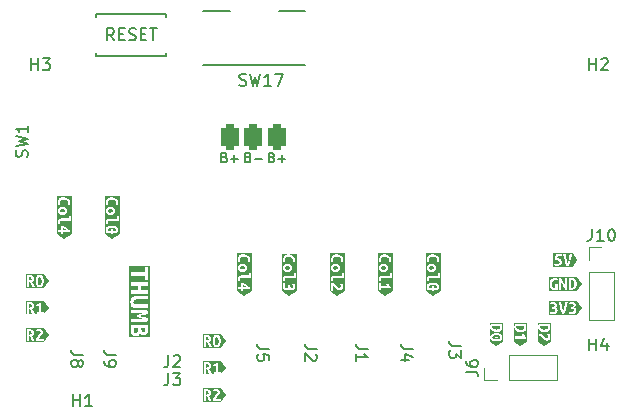
<source format=gbr>
%TF.GenerationSoftware,KiCad,Pcbnew,(6.0.4)*%
%TF.CreationDate,2022-12-14T15:40:06+01:00*%
%TF.ProjectId,mcu_holder,6d63755f-686f-46c6-9465-722e6b696361,rev?*%
%TF.SameCoordinates,Original*%
%TF.FileFunction,Legend,Top*%
%TF.FilePolarity,Positive*%
%FSLAX46Y46*%
G04 Gerber Fmt 4.6, Leading zero omitted, Abs format (unit mm)*
G04 Created by KiCad (PCBNEW (6.0.4)) date 2022-12-14 15:40:06*
%MOMM*%
%LPD*%
G01*
G04 APERTURE LIST*
G04 Aperture macros list*
%AMRoundRect*
0 Rectangle with rounded corners*
0 $1 Rounding radius*
0 $2 $3 $4 $5 $6 $7 $8 $9 X,Y pos of 4 corners*
0 Add a 4 corners polygon primitive as box body*
4,1,4,$2,$3,$4,$5,$6,$7,$8,$9,$2,$3,0*
0 Add four circle primitives for the rounded corners*
1,1,$1+$1,$2,$3*
1,1,$1+$1,$4,$5*
1,1,$1+$1,$6,$7*
1,1,$1+$1,$8,$9*
0 Add four rect primitives between the rounded corners*
20,1,$1+$1,$2,$3,$4,$5,0*
20,1,$1+$1,$4,$5,$6,$7,0*
20,1,$1+$1,$6,$7,$8,$9,0*
20,1,$1+$1,$8,$9,$2,$3,0*%
%AMFreePoly0*
4,1,6,0.150000,0.000000,0.650000,-0.750000,-0.500000,-0.750000,-0.500000,0.750000,0.650000,0.750000,0.150000,0.000000,0.150000,0.000000,$1*%
%AMFreePoly1*
4,1,6,0.500000,-0.750000,-0.650000,-0.750000,-0.150000,0.000000,-0.650000,0.750000,0.500000,0.750000,0.500000,-0.750000,0.500000,-0.750000,$1*%
%AMFreePoly2*
4,1,6,1.000000,0.000000,0.500000,-0.750000,-0.500000,-0.750000,-0.500000,0.750000,0.500000,0.750000,1.000000,0.000000,1.000000,0.000000,$1*%
%AMFreePoly3*
4,1,6,0.500000,-0.750000,-0.500000,-0.750000,-1.000000,0.000000,-0.500000,0.750000,0.500000,0.750000,0.500000,-0.750000,0.500000,-0.750000,$1*%
G04 Aperture macros list end*
%ADD10C,0.150000*%
%ADD11C,0.120000*%
%ADD12C,2.000000*%
%ADD13RoundRect,0.375000X-0.375000X-0.750000X0.375000X-0.750000X0.375000X0.750000X-0.375000X0.750000X0*%
%ADD14C,1.600000*%
%ADD15C,4.500000*%
%ADD16R,1.350000X1.350000*%
%ADD17O,1.350000X1.350000*%
%ADD18O,2.200000X3.500000*%
%ADD19R,1.500000X2.500000*%
%ADD20O,1.500000X2.500000*%
%ADD21FreePoly0,180.000000*%
%ADD22FreePoly1,180.000000*%
%ADD23FreePoly2,180.000000*%
%ADD24FreePoly3,180.000000*%
G04 APERTURE END LIST*
D10*
X105330666Y-66254380D02*
X105330666Y-66968666D01*
X105283047Y-67111523D01*
X105187809Y-67206761D01*
X105044952Y-67254380D01*
X104949714Y-67254380D01*
X105759238Y-66349619D02*
X105806857Y-66302000D01*
X105902095Y-66254380D01*
X106140190Y-66254380D01*
X106235428Y-66302000D01*
X106283047Y-66349619D01*
X106330666Y-66444857D01*
X106330666Y-66540095D01*
X106283047Y-66682952D01*
X105711619Y-67254380D01*
X106330666Y-67254380D01*
X105330666Y-67778380D02*
X105330666Y-68492666D01*
X105283047Y-68635523D01*
X105187809Y-68730761D01*
X105044952Y-68778380D01*
X104949714Y-68778380D01*
X105711619Y-67778380D02*
X106330666Y-67778380D01*
X105997333Y-68159333D01*
X106140190Y-68159333D01*
X106235428Y-68206952D01*
X106283047Y-68254571D01*
X106330666Y-68349809D01*
X106330666Y-68587904D01*
X106283047Y-68683142D01*
X106235428Y-68730761D01*
X106140190Y-68778380D01*
X105854476Y-68778380D01*
X105759238Y-68730761D01*
X105711619Y-68683142D01*
%TO.C,J5*%
X113831619Y-65706666D02*
X113117333Y-65706666D01*
X112974476Y-65659047D01*
X112879238Y-65563809D01*
X112831619Y-65420952D01*
X112831619Y-65325714D01*
X113831619Y-66659047D02*
X113831619Y-66182857D01*
X113355428Y-66135238D01*
X113403047Y-66182857D01*
X113450666Y-66278095D01*
X113450666Y-66516190D01*
X113403047Y-66611428D01*
X113355428Y-66659047D01*
X113260190Y-66706666D01*
X113022095Y-66706666D01*
X112926857Y-66659047D01*
X112879238Y-66611428D01*
X112831619Y-66516190D01*
X112831619Y-66278095D01*
X112879238Y-66182857D01*
X112926857Y-66135238D01*
%TO.C,J9*%
X100877619Y-66214666D02*
X100163333Y-66214666D01*
X100020476Y-66167047D01*
X99925238Y-66071809D01*
X99877619Y-65928952D01*
X99877619Y-65833714D01*
X99877619Y-66738476D02*
X99877619Y-66928952D01*
X99925238Y-67024190D01*
X99972857Y-67071809D01*
X100115714Y-67167047D01*
X100306190Y-67214666D01*
X100687142Y-67214666D01*
X100782380Y-67167047D01*
X100830000Y-67119428D01*
X100877619Y-67024190D01*
X100877619Y-66833714D01*
X100830000Y-66738476D01*
X100782380Y-66690857D01*
X100687142Y-66643238D01*
X100449047Y-66643238D01*
X100353809Y-66690857D01*
X100306190Y-66738476D01*
X100258571Y-66833714D01*
X100258571Y-67024190D01*
X100306190Y-67119428D01*
X100353809Y-67167047D01*
X100449047Y-67214666D01*
%TO.C,J2*%
X117895619Y-65706666D02*
X117181333Y-65706666D01*
X117038476Y-65659047D01*
X116943238Y-65563809D01*
X116895619Y-65420952D01*
X116895619Y-65325714D01*
X117800380Y-66135238D02*
X117848000Y-66182857D01*
X117895619Y-66278095D01*
X117895619Y-66516190D01*
X117848000Y-66611428D01*
X117800380Y-66659047D01*
X117705142Y-66706666D01*
X117609904Y-66706666D01*
X117467047Y-66659047D01*
X116895619Y-66087619D01*
X116895619Y-66706666D01*
%TO.C,H4*%
X140970095Y-65832380D02*
X140970095Y-64832380D01*
X140970095Y-65308571D02*
X141541523Y-65308571D01*
X141541523Y-65832380D02*
X141541523Y-64832380D01*
X142446285Y-65165714D02*
X142446285Y-65832380D01*
X142208190Y-64784761D02*
X141970095Y-65499047D01*
X142589142Y-65499047D01*
%TO.C,J1*%
X122213619Y-65706666D02*
X121499333Y-65706666D01*
X121356476Y-65659047D01*
X121261238Y-65563809D01*
X121213619Y-65420952D01*
X121213619Y-65325714D01*
X121213619Y-66706666D02*
X121213619Y-66135238D01*
X121213619Y-66420952D02*
X122213619Y-66420952D01*
X122070761Y-66325714D01*
X121975523Y-66230476D01*
X121927904Y-66135238D01*
%TO.C,H3*%
X93726095Y-42108380D02*
X93726095Y-41108380D01*
X93726095Y-41584571D02*
X94297523Y-41584571D01*
X94297523Y-42108380D02*
X94297523Y-41108380D01*
X94678476Y-41108380D02*
X95297523Y-41108380D01*
X94964190Y-41489333D01*
X95107047Y-41489333D01*
X95202285Y-41536952D01*
X95249904Y-41584571D01*
X95297523Y-41679809D01*
X95297523Y-41917904D01*
X95249904Y-42013142D01*
X95202285Y-42060761D01*
X95107047Y-42108380D01*
X94821333Y-42108380D01*
X94726095Y-42060761D01*
X94678476Y-42013142D01*
%TO.C,SW1*%
X93368761Y-49461333D02*
X93416380Y-49318476D01*
X93416380Y-49080380D01*
X93368761Y-48985142D01*
X93321142Y-48937523D01*
X93225904Y-48889904D01*
X93130666Y-48889904D01*
X93035428Y-48937523D01*
X92987809Y-48985142D01*
X92940190Y-49080380D01*
X92892571Y-49270857D01*
X92844952Y-49366095D01*
X92797333Y-49413714D01*
X92702095Y-49461333D01*
X92606857Y-49461333D01*
X92511619Y-49413714D01*
X92464000Y-49366095D01*
X92416380Y-49270857D01*
X92416380Y-49032761D01*
X92464000Y-48889904D01*
X92416380Y-48556571D02*
X93416380Y-48318476D01*
X92702095Y-48128000D01*
X93416380Y-47937523D01*
X92416380Y-47699428D01*
X93416380Y-46794666D02*
X93416380Y-47366095D01*
X93416380Y-47080380D02*
X92416380Y-47080380D01*
X92559238Y-47175619D01*
X92654476Y-47270857D01*
X92702095Y-47366095D01*
%TO.C,J10*%
X141176476Y-55558380D02*
X141176476Y-56272666D01*
X141128857Y-56415523D01*
X141033619Y-56510761D01*
X140890761Y-56558380D01*
X140795523Y-56558380D01*
X142176476Y-56558380D02*
X141605047Y-56558380D01*
X141890761Y-56558380D02*
X141890761Y-55558380D01*
X141795523Y-55701238D01*
X141700285Y-55796476D01*
X141605047Y-55844095D01*
X142795523Y-55558380D02*
X142890761Y-55558380D01*
X142986000Y-55606000D01*
X143033619Y-55653619D01*
X143081238Y-55748857D01*
X143128857Y-55939333D01*
X143128857Y-56177428D01*
X143081238Y-56367904D01*
X143033619Y-56463142D01*
X142986000Y-56510761D01*
X142890761Y-56558380D01*
X142795523Y-56558380D01*
X142700285Y-56510761D01*
X142652666Y-56463142D01*
X142605047Y-56367904D01*
X142557428Y-56177428D01*
X142557428Y-55939333D01*
X142605047Y-55748857D01*
X142652666Y-55653619D01*
X142700285Y-55606000D01*
X142795523Y-55558380D01*
%TO.C,SW17*%
X111344476Y-43374761D02*
X111487333Y-43422380D01*
X111725428Y-43422380D01*
X111820666Y-43374761D01*
X111868285Y-43327142D01*
X111915904Y-43231904D01*
X111915904Y-43136666D01*
X111868285Y-43041428D01*
X111820666Y-42993809D01*
X111725428Y-42946190D01*
X111534952Y-42898571D01*
X111439714Y-42850952D01*
X111392095Y-42803333D01*
X111344476Y-42708095D01*
X111344476Y-42612857D01*
X111392095Y-42517619D01*
X111439714Y-42470000D01*
X111534952Y-42422380D01*
X111773047Y-42422380D01*
X111915904Y-42470000D01*
X112249238Y-42422380D02*
X112487333Y-43422380D01*
X112677809Y-42708095D01*
X112868285Y-43422380D01*
X113106380Y-42422380D01*
X114011142Y-43422380D02*
X113439714Y-43422380D01*
X113725428Y-43422380D02*
X113725428Y-42422380D01*
X113630190Y-42565238D01*
X113534952Y-42660476D01*
X113439714Y-42708095D01*
X114344476Y-42422380D02*
X115011142Y-42422380D01*
X114582571Y-43422380D01*
%TO.C,J3*%
X130087619Y-65452666D02*
X129373333Y-65452666D01*
X129230476Y-65405047D01*
X129135238Y-65309809D01*
X129087619Y-65166952D01*
X129087619Y-65071714D01*
X130087619Y-65833619D02*
X130087619Y-66452666D01*
X129706666Y-66119333D01*
X129706666Y-66262190D01*
X129659047Y-66357428D01*
X129611428Y-66405047D01*
X129516190Y-66452666D01*
X129278095Y-66452666D01*
X129182857Y-66405047D01*
X129135238Y-66357428D01*
X129087619Y-66262190D01*
X129087619Y-65976476D01*
X129135238Y-65881238D01*
X129182857Y-65833619D01*
%TO.C,J6*%
X130520380Y-67643333D02*
X131234666Y-67643333D01*
X131377523Y-67690952D01*
X131472761Y-67786190D01*
X131520380Y-67929047D01*
X131520380Y-68024285D01*
X130520380Y-66738571D02*
X130520380Y-66929047D01*
X130568000Y-67024285D01*
X130615619Y-67071904D01*
X130758476Y-67167142D01*
X130948952Y-67214761D01*
X131329904Y-67214761D01*
X131425142Y-67167142D01*
X131472761Y-67119523D01*
X131520380Y-67024285D01*
X131520380Y-66833809D01*
X131472761Y-66738571D01*
X131425142Y-66690952D01*
X131329904Y-66643333D01*
X131091809Y-66643333D01*
X130996571Y-66690952D01*
X130948952Y-66738571D01*
X130901333Y-66833809D01*
X130901333Y-67024285D01*
X130948952Y-67119523D01*
X130996571Y-67167142D01*
X131091809Y-67214761D01*
%TO.C,J4*%
X126023619Y-65706666D02*
X125309333Y-65706666D01*
X125166476Y-65659047D01*
X125071238Y-65563809D01*
X125023619Y-65420952D01*
X125023619Y-65325714D01*
X125690285Y-66611428D02*
X125023619Y-66611428D01*
X126071238Y-66373333D02*
X125356952Y-66135238D01*
X125356952Y-66754285D01*
%TO.C,SW16*%
X100707619Y-39568380D02*
X100374285Y-39092190D01*
X100136190Y-39568380D02*
X100136190Y-38568380D01*
X100517142Y-38568380D01*
X100612380Y-38616000D01*
X100660000Y-38663619D01*
X100707619Y-38758857D01*
X100707619Y-38901714D01*
X100660000Y-38996952D01*
X100612380Y-39044571D01*
X100517142Y-39092190D01*
X100136190Y-39092190D01*
X101136190Y-39044571D02*
X101469523Y-39044571D01*
X101612380Y-39568380D02*
X101136190Y-39568380D01*
X101136190Y-38568380D01*
X101612380Y-38568380D01*
X101993333Y-39520761D02*
X102136190Y-39568380D01*
X102374285Y-39568380D01*
X102469523Y-39520761D01*
X102517142Y-39473142D01*
X102564761Y-39377904D01*
X102564761Y-39282666D01*
X102517142Y-39187428D01*
X102469523Y-39139809D01*
X102374285Y-39092190D01*
X102183809Y-39044571D01*
X102088571Y-38996952D01*
X102040952Y-38949333D01*
X101993333Y-38854095D01*
X101993333Y-38758857D01*
X102040952Y-38663619D01*
X102088571Y-38616000D01*
X102183809Y-38568380D01*
X102421904Y-38568380D01*
X102564761Y-38616000D01*
X102993333Y-39044571D02*
X103326666Y-39044571D01*
X103469523Y-39568380D02*
X102993333Y-39568380D01*
X102993333Y-38568380D01*
X103469523Y-38568380D01*
X103755238Y-38568380D02*
X104326666Y-38568380D01*
X104040952Y-39568380D02*
X104040952Y-38568380D01*
%TO.C,J7*%
X112083904Y-49494857D02*
X112198190Y-49532952D01*
X112236285Y-49571047D01*
X112274380Y-49647238D01*
X112274380Y-49761523D01*
X112236285Y-49837714D01*
X112198190Y-49875809D01*
X112122000Y-49913904D01*
X111817238Y-49913904D01*
X111817238Y-49113904D01*
X112083904Y-49113904D01*
X112160095Y-49152000D01*
X112198190Y-49190095D01*
X112236285Y-49266285D01*
X112236285Y-49342476D01*
X112198190Y-49418666D01*
X112160095Y-49456761D01*
X112083904Y-49494857D01*
X111817238Y-49494857D01*
X112617238Y-49609142D02*
X113226761Y-49609142D01*
X110083904Y-49494857D02*
X110198190Y-49532952D01*
X110236285Y-49571047D01*
X110274380Y-49647238D01*
X110274380Y-49761523D01*
X110236285Y-49837714D01*
X110198190Y-49875809D01*
X110122000Y-49913904D01*
X109817238Y-49913904D01*
X109817238Y-49113904D01*
X110083904Y-49113904D01*
X110160095Y-49152000D01*
X110198190Y-49190095D01*
X110236285Y-49266285D01*
X110236285Y-49342476D01*
X110198190Y-49418666D01*
X110160095Y-49456761D01*
X110083904Y-49494857D01*
X109817238Y-49494857D01*
X110617238Y-49609142D02*
X111226761Y-49609142D01*
X110922000Y-49913904D02*
X110922000Y-49304380D01*
X114083904Y-49494857D02*
X114198190Y-49532952D01*
X114236285Y-49571047D01*
X114274380Y-49647238D01*
X114274380Y-49761523D01*
X114236285Y-49837714D01*
X114198190Y-49875809D01*
X114122000Y-49913904D01*
X113817238Y-49913904D01*
X113817238Y-49113904D01*
X114083904Y-49113904D01*
X114160095Y-49152000D01*
X114198190Y-49190095D01*
X114236285Y-49266285D01*
X114236285Y-49342476D01*
X114198190Y-49418666D01*
X114160095Y-49456761D01*
X114083904Y-49494857D01*
X113817238Y-49494857D01*
X114617238Y-49609142D02*
X115226761Y-49609142D01*
X114922000Y-49913904D02*
X114922000Y-49304380D01*
%TO.C,J8*%
X98083619Y-66214666D02*
X97369333Y-66214666D01*
X97226476Y-66167047D01*
X97131238Y-66071809D01*
X97083619Y-65928952D01*
X97083619Y-65833714D01*
X97655047Y-66833714D02*
X97702666Y-66738476D01*
X97750285Y-66690857D01*
X97845523Y-66643238D01*
X97893142Y-66643238D01*
X97988380Y-66690857D01*
X98036000Y-66738476D01*
X98083619Y-66833714D01*
X98083619Y-67024190D01*
X98036000Y-67119428D01*
X97988380Y-67167047D01*
X97893142Y-67214666D01*
X97845523Y-67214666D01*
X97750285Y-67167047D01*
X97702666Y-67119428D01*
X97655047Y-67024190D01*
X97655047Y-66833714D01*
X97607428Y-66738476D01*
X97559809Y-66690857D01*
X97464571Y-66643238D01*
X97274095Y-66643238D01*
X97178857Y-66690857D01*
X97131238Y-66738476D01*
X97083619Y-66833714D01*
X97083619Y-67024190D01*
X97131238Y-67119428D01*
X97178857Y-67167047D01*
X97274095Y-67214666D01*
X97464571Y-67214666D01*
X97559809Y-67167047D01*
X97607428Y-67119428D01*
X97655047Y-67024190D01*
%TO.C,H1*%
X97282095Y-70556380D02*
X97282095Y-69556380D01*
X97282095Y-70032571D02*
X97853523Y-70032571D01*
X97853523Y-70556380D02*
X97853523Y-69556380D01*
X98853523Y-70556380D02*
X98282095Y-70556380D01*
X98567809Y-70556380D02*
X98567809Y-69556380D01*
X98472571Y-69699238D01*
X98377333Y-69794476D01*
X98282095Y-69842095D01*
%TO.C,H2*%
X140970095Y-42108380D02*
X140970095Y-41108380D01*
X140970095Y-41584571D02*
X141541523Y-41584571D01*
X141541523Y-42108380D02*
X141541523Y-41108380D01*
X141970095Y-41203619D02*
X142017714Y-41156000D01*
X142112952Y-41108380D01*
X142351047Y-41108380D01*
X142446285Y-41156000D01*
X142493904Y-41203619D01*
X142541523Y-41298857D01*
X142541523Y-41394095D01*
X142493904Y-41536952D01*
X141922476Y-42108380D01*
X142541523Y-42108380D01*
%TO.C,kibuzzard-6399CBBA*%
G36*
X124320565Y-57628808D02*
G01*
X124320565Y-60828149D01*
X123698000Y-61243192D01*
X123075435Y-60828149D01*
X123075435Y-60762003D01*
X123162219Y-60762003D01*
X123324144Y-60762003D01*
X123324144Y-60566741D01*
X124144881Y-60566741D01*
X124144881Y-60433391D01*
X124082969Y-60365128D01*
X124025819Y-60280991D01*
X123976606Y-60192091D01*
X123940094Y-60109541D01*
X123778169Y-60173041D01*
X123817063Y-60269878D01*
X123873419Y-60371478D01*
X123324144Y-60371478D01*
X123324144Y-60165103D01*
X123162219Y-60165103D01*
X123162219Y-60762003D01*
X123075435Y-60762003D01*
X123075435Y-59761878D01*
X123144756Y-59761878D01*
X123151106Y-59849985D01*
X123166187Y-59915866D01*
X123182856Y-59959522D01*
X123193969Y-59980953D01*
X123351131Y-59955553D01*
X123330494Y-59903166D01*
X123314619Y-59804741D01*
X123341606Y-59728541D01*
X123444794Y-59698378D01*
X124254419Y-59698378D01*
X124254419Y-59296741D01*
X124092494Y-59296741D01*
X124092494Y-59503116D01*
X123459081Y-59503116D01*
X123323548Y-59518594D01*
X123224925Y-59565028D01*
X123164798Y-59645197D01*
X123144756Y-59761878D01*
X123075435Y-59761878D01*
X123075435Y-58844303D01*
X123141581Y-58844303D01*
X123148725Y-58919908D01*
X123170156Y-58987972D01*
X123204684Y-59047702D01*
X123251119Y-59098303D01*
X123308467Y-59139182D01*
X123375738Y-59169741D01*
X123452136Y-59188791D01*
X123536869Y-59195141D01*
X123620411Y-59188791D01*
X123696413Y-59169741D01*
X123763484Y-59138983D01*
X123820238Y-59097510D01*
X123865878Y-59046313D01*
X123899613Y-58986385D01*
X123920448Y-58918718D01*
X123927394Y-58844303D01*
X123920448Y-58770882D01*
X123899613Y-58703016D01*
X123865878Y-58642493D01*
X123820238Y-58591097D01*
X123763484Y-58549425D01*
X123696413Y-58518072D01*
X123620411Y-58498427D01*
X123536869Y-58491878D01*
X123452136Y-58498228D01*
X123375738Y-58517278D01*
X123308467Y-58548036D01*
X123251119Y-58589510D01*
X123204684Y-58640707D01*
X123170156Y-58700635D01*
X123148725Y-58768699D01*
X123141581Y-58844303D01*
X123075435Y-58844303D01*
X123075435Y-58121991D01*
X123141581Y-58121991D01*
X123146939Y-58208708D01*
X123163012Y-58284710D01*
X123209844Y-58396628D01*
X123363831Y-58347416D01*
X123328906Y-58267247D01*
X123311444Y-58141041D01*
X123333867Y-58027733D01*
X123401138Y-57951335D01*
X123469665Y-57919144D01*
X123555654Y-57899829D01*
X123659106Y-57893391D01*
X123748006Y-57898749D01*
X123821031Y-57914822D01*
X123925013Y-57970385D01*
X123980575Y-58048172D01*
X123997244Y-58137866D01*
X123980575Y-58256135D01*
X123940094Y-58344241D01*
X124095669Y-58395041D01*
X124114719Y-58362497D01*
X124138531Y-58309316D01*
X124158375Y-58235497D01*
X124167106Y-58141041D01*
X124158573Y-58047974D01*
X124132975Y-57962447D01*
X124090906Y-57886247D01*
X124032963Y-57821160D01*
X123959739Y-57768177D01*
X123871831Y-57728291D01*
X123769834Y-57703288D01*
X123654344Y-57694953D01*
X123538357Y-57701800D01*
X123436459Y-57722338D01*
X123348651Y-57756568D01*
X123274931Y-57804491D01*
X123200848Y-57888452D01*
X123156398Y-57994285D01*
X123141581Y-58121991D01*
X123075435Y-58121991D01*
X123075435Y-57628808D01*
X124320565Y-57628808D01*
G37*
G36*
X123625570Y-58700039D02*
G01*
X123696413Y-58729210D01*
X123742252Y-58777430D01*
X123757531Y-58844303D01*
X123742252Y-58912764D01*
X123696413Y-58959397D01*
X123625570Y-58986186D01*
X123535281Y-58995116D01*
X123444794Y-58985393D01*
X123373356Y-58956222D01*
X123326922Y-58908002D01*
X123311444Y-58841128D01*
X123326922Y-58772668D01*
X123373356Y-58726035D01*
X123444794Y-58699246D01*
X123535281Y-58690316D01*
X123625570Y-58700039D01*
G37*
%TO.C,kibuzzard-6399CA1D*%
G36*
X109408824Y-65368487D02*
G01*
X109338577Y-65346461D01*
X109286587Y-65280381D01*
X109262774Y-65212560D01*
X109248487Y-65126570D01*
X109243724Y-65022412D01*
X109244456Y-65006537D01*
X109321512Y-65006537D01*
X109345324Y-65080356D01*
X109410412Y-65111312D01*
X109473118Y-65080356D01*
X109497724Y-65006537D01*
X109473118Y-64931925D01*
X109410412Y-64900175D01*
X109345324Y-64931925D01*
X109321512Y-65006537D01*
X109244456Y-65006537D01*
X109248487Y-64919137D01*
X109262774Y-64833676D01*
X109286587Y-64766031D01*
X109338577Y-64699952D01*
X109408824Y-64677925D01*
X109480063Y-64699952D01*
X109531856Y-64766031D01*
X109555227Y-64833676D01*
X109569250Y-64919137D01*
X109573924Y-65022412D01*
X109569250Y-65126570D01*
X109555227Y-65212560D01*
X109531856Y-65280381D01*
X109480063Y-65346461D01*
X109410412Y-65367997D01*
X109408824Y-65368487D01*
G37*
G36*
X108628171Y-64701341D02*
G01*
X108683337Y-64728725D01*
X108719056Y-64775556D01*
X108730962Y-64843025D01*
X108686512Y-64953356D01*
X108628171Y-64982527D01*
X108542049Y-64992250D01*
X108499187Y-64992250D01*
X108499187Y-64696975D01*
X108530937Y-64693006D01*
X108557924Y-64692212D01*
X108628171Y-64701341D01*
G37*
G36*
X108237778Y-64445092D02*
G01*
X109816283Y-64445092D01*
X110202222Y-65024000D01*
X109816283Y-65602908D01*
X108237778Y-65602908D01*
X108237778Y-65516125D01*
X108303924Y-65516125D01*
X108499187Y-65516125D01*
X108499187Y-65154175D01*
X108600787Y-65154175D01*
X108654563Y-65244067D01*
X108704768Y-65332769D01*
X108750210Y-65422661D01*
X108789699Y-65516125D01*
X108994487Y-65516125D01*
X108949243Y-65412144D01*
X108894474Y-65302606D01*
X108835737Y-65197831D01*
X108778587Y-65106550D01*
X108848040Y-65061703D01*
X108877698Y-65022412D01*
X109067512Y-65022412D01*
X109072969Y-65144253D01*
X109089340Y-65249425D01*
X109116625Y-65337928D01*
X109154824Y-65409762D01*
X109221852Y-65480318D01*
X109306519Y-65522651D01*
X109408824Y-65536762D01*
X109511130Y-65522651D01*
X109595797Y-65480318D01*
X109662824Y-65409762D01*
X109701024Y-65337928D01*
X109728309Y-65249425D01*
X109744680Y-65144253D01*
X109750137Y-65022412D01*
X109744680Y-64901316D01*
X109728309Y-64796789D01*
X109701024Y-64708832D01*
X109662824Y-64637444D01*
X109595797Y-64567329D01*
X109511130Y-64525260D01*
X109408824Y-64511237D01*
X109308106Y-64525349D01*
X109223969Y-64567682D01*
X109156412Y-64638237D01*
X109117518Y-64709873D01*
X109089737Y-64797781D01*
X109073068Y-64901961D01*
X109067512Y-65022412D01*
X108877698Y-65022412D01*
X108894474Y-65000187D01*
X108920668Y-64926369D01*
X108929399Y-64844612D01*
X108922851Y-64767420D01*
X108903206Y-64700944D01*
X108827799Y-64600137D01*
X108773824Y-64565609D01*
X108710324Y-64541400D01*
X108638093Y-64527112D01*
X108557924Y-64522350D01*
X108502362Y-64523937D01*
X108435687Y-64527906D01*
X108366631Y-64535844D01*
X108303924Y-64547750D01*
X108303924Y-65516125D01*
X108237778Y-65516125D01*
X108237778Y-64445092D01*
G37*
%TO.C,kibuzzard-6399CA47*%
G36*
X93261833Y-61666967D02*
G01*
X94830812Y-61666967D01*
X95206167Y-62230000D01*
X94830812Y-62793033D01*
X93261833Y-62793033D01*
X93261833Y-62726888D01*
X93327978Y-62726888D01*
X93523241Y-62726888D01*
X93523241Y-62364937D01*
X93624841Y-62364937D01*
X93678618Y-62454830D01*
X93728822Y-62543531D01*
X93774264Y-62633423D01*
X93813753Y-62726888D01*
X94018541Y-62726888D01*
X93973297Y-62622906D01*
X93918528Y-62513369D01*
X93859791Y-62408594D01*
X93802641Y-62317313D01*
X93872094Y-62272466D01*
X93918528Y-62210950D01*
X93944722Y-62137131D01*
X93953453Y-62055375D01*
X93946905Y-61978183D01*
X93938285Y-61949013D01*
X94112203Y-61949013D01*
X94175703Y-62110938D01*
X94272541Y-62072044D01*
X94374141Y-62015687D01*
X94374141Y-62564963D01*
X94167766Y-62564963D01*
X94167766Y-62726888D01*
X94764666Y-62726888D01*
X94764666Y-62564963D01*
X94569403Y-62564963D01*
X94569403Y-61744225D01*
X94436053Y-61744225D01*
X94367791Y-61806137D01*
X94283653Y-61863287D01*
X94194753Y-61912500D01*
X94112203Y-61949013D01*
X93938285Y-61949013D01*
X93927260Y-61911706D01*
X93851853Y-61810900D01*
X93797878Y-61776372D01*
X93734378Y-61752162D01*
X93662147Y-61737875D01*
X93581978Y-61733112D01*
X93526416Y-61734700D01*
X93459741Y-61738669D01*
X93390685Y-61746606D01*
X93327978Y-61758512D01*
X93327978Y-62726888D01*
X93261833Y-62726888D01*
X93261833Y-61666967D01*
G37*
G36*
X93652225Y-61912103D02*
G01*
X93707391Y-61939488D01*
X93743110Y-61986319D01*
X93755016Y-62053787D01*
X93710566Y-62164119D01*
X93652225Y-62193289D01*
X93566103Y-62203012D01*
X93523241Y-62203012D01*
X93523241Y-61907737D01*
X93554991Y-61903769D01*
X93581978Y-61902975D01*
X93652225Y-61912103D01*
G37*
%TO.C,kibuzzard-6399CBD2*%
G36*
X116192565Y-57635158D02*
G01*
X116192565Y-60821799D01*
X115570000Y-61236842D01*
X114947435Y-60821799D01*
X114947435Y-60377828D01*
X115013581Y-60377828D01*
X115019336Y-60469507D01*
X115036600Y-60547691D01*
X115064381Y-60612778D01*
X115101687Y-60665166D01*
X115200906Y-60733428D01*
X115326319Y-60755653D01*
X115406091Y-60745136D01*
X115473956Y-60713585D01*
X115528328Y-60662983D01*
X115567619Y-60595316D01*
X115650169Y-60684216D01*
X115762881Y-60717553D01*
X115872419Y-60698503D01*
X115960525Y-60639766D01*
X116018469Y-60538960D01*
X116033947Y-60472483D01*
X116039106Y-60395291D01*
X116031764Y-60310955D01*
X116009738Y-60235747D01*
X115951794Y-60122241D01*
X115808919Y-60192091D01*
X115854163Y-60286547D01*
X115872419Y-60396878D01*
X115841463Y-60486572D01*
X115756531Y-60519116D01*
X115696206Y-60504035D01*
X115658106Y-60465141D01*
X115637469Y-60411166D01*
X115631119Y-60350841D01*
X115631119Y-60277816D01*
X115469194Y-60277816D01*
X115469194Y-60338141D01*
X115461455Y-60425057D01*
X115438238Y-60495303D01*
X115395573Y-60541738D01*
X115329494Y-60557216D01*
X115223131Y-60516735D01*
X115190984Y-60461371D01*
X115180269Y-60376241D01*
X115184634Y-60301033D01*
X115197731Y-60237335D01*
X115231069Y-60142878D01*
X115067556Y-60104778D01*
X115050094Y-60153991D01*
X115032631Y-60223047D01*
X115019137Y-60300835D01*
X115013581Y-60377828D01*
X114947435Y-60377828D01*
X114947435Y-59768228D01*
X115016756Y-59768228D01*
X115023106Y-59856335D01*
X115038187Y-59922216D01*
X115054856Y-59965872D01*
X115065969Y-59987303D01*
X115223131Y-59961903D01*
X115202494Y-59909516D01*
X115186619Y-59811091D01*
X115213606Y-59734891D01*
X115316794Y-59704728D01*
X116126419Y-59704728D01*
X116126419Y-59303091D01*
X115964494Y-59303091D01*
X115964494Y-59509466D01*
X115331081Y-59509466D01*
X115195548Y-59524944D01*
X115096925Y-59571378D01*
X115036798Y-59651547D01*
X115016756Y-59768228D01*
X114947435Y-59768228D01*
X114947435Y-58850653D01*
X115013581Y-58850653D01*
X115020725Y-58926258D01*
X115042156Y-58994322D01*
X115076684Y-59054052D01*
X115123119Y-59104653D01*
X115180467Y-59145532D01*
X115247738Y-59176091D01*
X115324136Y-59195141D01*
X115408869Y-59201491D01*
X115492411Y-59195141D01*
X115568413Y-59176091D01*
X115635484Y-59145333D01*
X115692238Y-59103860D01*
X115737878Y-59052663D01*
X115771613Y-58992735D01*
X115792448Y-58925068D01*
X115799394Y-58850653D01*
X115792448Y-58777232D01*
X115771613Y-58709366D01*
X115737878Y-58648843D01*
X115692238Y-58597447D01*
X115635484Y-58555775D01*
X115568413Y-58524422D01*
X115492411Y-58504777D01*
X115408869Y-58498228D01*
X115324136Y-58504578D01*
X115247738Y-58523628D01*
X115180467Y-58554386D01*
X115123119Y-58595860D01*
X115076684Y-58647057D01*
X115042156Y-58706985D01*
X115020725Y-58775049D01*
X115013581Y-58850653D01*
X114947435Y-58850653D01*
X114947435Y-58128341D01*
X115013581Y-58128341D01*
X115018939Y-58215058D01*
X115035012Y-58291060D01*
X115081844Y-58402978D01*
X115235831Y-58353766D01*
X115200906Y-58273597D01*
X115183444Y-58147391D01*
X115205867Y-58034083D01*
X115273138Y-57957685D01*
X115341665Y-57925494D01*
X115427654Y-57906179D01*
X115531106Y-57899741D01*
X115620006Y-57905099D01*
X115693031Y-57921172D01*
X115797013Y-57976735D01*
X115852575Y-58054522D01*
X115869244Y-58144216D01*
X115852575Y-58262485D01*
X115812094Y-58350591D01*
X115967669Y-58401391D01*
X115986719Y-58368847D01*
X116010531Y-58315666D01*
X116030375Y-58241847D01*
X116039106Y-58147391D01*
X116030573Y-58054324D01*
X116004975Y-57968797D01*
X115962906Y-57892597D01*
X115904963Y-57827510D01*
X115831739Y-57774527D01*
X115743831Y-57734641D01*
X115641834Y-57709638D01*
X115526344Y-57701303D01*
X115410357Y-57708150D01*
X115308459Y-57728688D01*
X115220651Y-57762918D01*
X115146931Y-57810841D01*
X115072848Y-57894802D01*
X115028398Y-58000635D01*
X115013581Y-58128341D01*
X114947435Y-58128341D01*
X114947435Y-57635158D01*
X116192565Y-57635158D01*
G37*
G36*
X115497570Y-58706389D02*
G01*
X115568413Y-58735560D01*
X115614252Y-58783780D01*
X115629531Y-58850653D01*
X115614252Y-58919114D01*
X115568413Y-58965747D01*
X115497570Y-58992536D01*
X115407281Y-59001466D01*
X115316794Y-58991743D01*
X115245356Y-58962572D01*
X115198922Y-58914352D01*
X115183444Y-58847478D01*
X115198922Y-58779018D01*
X115245356Y-58732385D01*
X115316794Y-58705596D01*
X115407281Y-58696666D01*
X115497570Y-58706389D01*
G37*
%TO.C,kibuzzard-6399DE15*%
G36*
X139586406Y-59893994D02*
G01*
X139651493Y-59967812D01*
X139684831Y-60074175D01*
X139694356Y-60198000D01*
X139691379Y-60268048D01*
X139682449Y-60332144D01*
X139642762Y-60437712D01*
X139569737Y-60507562D01*
X139457818Y-60532962D01*
X139440356Y-60532962D01*
X139422893Y-60531375D01*
X139422893Y-59870975D01*
X139451468Y-59867006D01*
X139480043Y-59866212D01*
X139586406Y-59893994D01*
G37*
G36*
X137531122Y-59619092D02*
G01*
X139958939Y-59619092D01*
X140344878Y-60198000D01*
X139958939Y-60776908D01*
X137531122Y-60776908D01*
X137531122Y-60198000D01*
X137597268Y-60198000D01*
X137604412Y-60317261D01*
X137625843Y-60421044D01*
X137660371Y-60509150D01*
X137706806Y-60581381D01*
X137764551Y-60637737D01*
X137833012Y-60678219D01*
X137911395Y-60702627D01*
X137998906Y-60710762D01*
X138095941Y-60706794D01*
X138177499Y-60694887D01*
X138195621Y-60690125D01*
X138421181Y-60690125D01*
X138597393Y-60690125D01*
X138597393Y-60037662D01*
X138656395Y-60146583D01*
X138712751Y-60255326D01*
X138766462Y-60363894D01*
X138817526Y-60472461D01*
X138865945Y-60581205D01*
X138911718Y-60690125D01*
X139068881Y-60690125D01*
X139068881Y-60679012D01*
X139227631Y-60679012D01*
X139334787Y-60697269D01*
X139437181Y-60702825D01*
X139533026Y-60695880D01*
X139620537Y-60675044D01*
X139698126Y-60639127D01*
X139764206Y-60586937D01*
X139817982Y-60517683D01*
X139858662Y-60430569D01*
X139884260Y-60324405D01*
X139892793Y-60198000D01*
X139885054Y-60074373D01*
X139861837Y-59970194D01*
X139824729Y-59884072D01*
X139775318Y-59814619D01*
X139713604Y-59761636D01*
X139639587Y-59724925D01*
X139555251Y-59703494D01*
X139462581Y-59696350D01*
X139353043Y-59701112D01*
X139227631Y-59720162D01*
X139227631Y-60679012D01*
X139068881Y-60679012D01*
X139068881Y-59707462D01*
X138892668Y-59707462D01*
X138892668Y-60312300D01*
X138864688Y-60250387D01*
X138831549Y-60178950D01*
X138794243Y-60101559D01*
X138753762Y-60021787D01*
X138711098Y-59940627D01*
X138667243Y-59859069D01*
X138622793Y-59780289D01*
X138578343Y-59707462D01*
X138421181Y-59707462D01*
X138421181Y-60690125D01*
X138195621Y-60690125D01*
X138286243Y-60666312D01*
X138286243Y-60175775D01*
X138090981Y-60175775D01*
X138090981Y-60534550D01*
X138052881Y-60539312D01*
X138014781Y-60540900D01*
X137919927Y-60520064D01*
X137851268Y-60457556D01*
X137820400Y-60391675D01*
X137801879Y-60305156D01*
X137795706Y-60198000D01*
X137799079Y-60125173D01*
X137809199Y-60059094D01*
X137853649Y-59951144D01*
X137932231Y-59880500D01*
X138049706Y-59855100D01*
X138154481Y-59872562D01*
X138240206Y-59912250D01*
X138291006Y-59756675D01*
X138258462Y-59737625D01*
X138203693Y-59713812D01*
X138125112Y-59693969D01*
X138022718Y-59685237D01*
X137936596Y-59693373D01*
X137856031Y-59717781D01*
X137783402Y-59758461D01*
X137721093Y-59815412D01*
X137669896Y-59888239D01*
X137630606Y-59976544D01*
X137605602Y-60079930D01*
X137597268Y-60198000D01*
X137531122Y-60198000D01*
X137531122Y-59619092D01*
G37*
%TO.C,kibuzzard-6399CB9D*%
G36*
X127395883Y-60355207D02*
G01*
X127461963Y-60303216D01*
X127529784Y-60279403D01*
X127615774Y-60265116D01*
X127719931Y-60260353D01*
X127823207Y-60265116D01*
X127908667Y-60279403D01*
X127976313Y-60303216D01*
X128042392Y-60355207D01*
X128064419Y-60425453D01*
X128042392Y-60496693D01*
X127976313Y-60548485D01*
X127908667Y-60571856D01*
X127823207Y-60585879D01*
X127719931Y-60590553D01*
X127615774Y-60585879D01*
X127529784Y-60571856D01*
X127461963Y-60548485D01*
X127395883Y-60496693D01*
X127374347Y-60427041D01*
X127631031Y-60427041D01*
X127661988Y-60489747D01*
X127735806Y-60514353D01*
X127810419Y-60489747D01*
X127842169Y-60427041D01*
X127810419Y-60361953D01*
X127735806Y-60338141D01*
X127661988Y-60361953D01*
X127631031Y-60427041D01*
X127374347Y-60427041D01*
X127373856Y-60425453D01*
X127395883Y-60355207D01*
G37*
G36*
X127689570Y-58695277D02*
G01*
X127760413Y-58724447D01*
X127806252Y-58772668D01*
X127821531Y-58839541D01*
X127806252Y-58908002D01*
X127760413Y-58954635D01*
X127689570Y-58981424D01*
X127599281Y-58990353D01*
X127508794Y-58980630D01*
X127437356Y-58951460D01*
X127390922Y-58903239D01*
X127375444Y-58836366D01*
X127390922Y-58767905D01*
X127437356Y-58721272D01*
X127508794Y-58694483D01*
X127599281Y-58685553D01*
X127689570Y-58695277D01*
G37*
G36*
X128384565Y-57624045D02*
G01*
X128384565Y-60832912D01*
X127762000Y-61247955D01*
X127139435Y-60832912D01*
X127139435Y-60425453D01*
X127205581Y-60425453D01*
X127219692Y-60527759D01*
X127262026Y-60612426D01*
X127332581Y-60679453D01*
X127404416Y-60717653D01*
X127492919Y-60744938D01*
X127598091Y-60761309D01*
X127719931Y-60766766D01*
X127841028Y-60761309D01*
X127945555Y-60744938D01*
X128033512Y-60717653D01*
X128104900Y-60679453D01*
X128175015Y-60612426D01*
X128217083Y-60527759D01*
X128231106Y-60425453D01*
X128216995Y-60324735D01*
X128174662Y-60240598D01*
X128104106Y-60173041D01*
X128032470Y-60134147D01*
X127944563Y-60106366D01*
X127840383Y-60089697D01*
X127719931Y-60084141D01*
X127598091Y-60089598D01*
X127492919Y-60105969D01*
X127404416Y-60133254D01*
X127332581Y-60171453D01*
X127262026Y-60238481D01*
X127219692Y-60323148D01*
X127205581Y-60425453D01*
X127139435Y-60425453D01*
X127139435Y-59757116D01*
X127208756Y-59757116D01*
X127215106Y-59845222D01*
X127230187Y-59911103D01*
X127246856Y-59954760D01*
X127257969Y-59976191D01*
X127415131Y-59950791D01*
X127394494Y-59898403D01*
X127378619Y-59799978D01*
X127405606Y-59723778D01*
X127508794Y-59693616D01*
X128318419Y-59693616D01*
X128318419Y-59291978D01*
X128156494Y-59291978D01*
X128156494Y-59498353D01*
X127523081Y-59498353D01*
X127387548Y-59513832D01*
X127288925Y-59560266D01*
X127228798Y-59640435D01*
X127208756Y-59757116D01*
X127139435Y-59757116D01*
X127139435Y-58839541D01*
X127205581Y-58839541D01*
X127212725Y-58915146D01*
X127234156Y-58983210D01*
X127268684Y-59042939D01*
X127315119Y-59093541D01*
X127372467Y-59134419D01*
X127439738Y-59164978D01*
X127516136Y-59184028D01*
X127600869Y-59190378D01*
X127684411Y-59184028D01*
X127760413Y-59164978D01*
X127827484Y-59134221D01*
X127884238Y-59092747D01*
X127929878Y-59041550D01*
X127963613Y-58981622D01*
X127984448Y-58913955D01*
X127991394Y-58839541D01*
X127984448Y-58766119D01*
X127963613Y-58698253D01*
X127929878Y-58637730D01*
X127884238Y-58586335D01*
X127827484Y-58544663D01*
X127760413Y-58513310D01*
X127684411Y-58493664D01*
X127600869Y-58487116D01*
X127516136Y-58493466D01*
X127439738Y-58512516D01*
X127372467Y-58543274D01*
X127315119Y-58584747D01*
X127268684Y-58635944D01*
X127234156Y-58695872D01*
X127212725Y-58763936D01*
X127205581Y-58839541D01*
X127139435Y-58839541D01*
X127139435Y-58117228D01*
X127205581Y-58117228D01*
X127210939Y-58203946D01*
X127227012Y-58279947D01*
X127273844Y-58391866D01*
X127427831Y-58342653D01*
X127392906Y-58262485D01*
X127375444Y-58136278D01*
X127397867Y-58022971D01*
X127465138Y-57946572D01*
X127533665Y-57914381D01*
X127619654Y-57895067D01*
X127723106Y-57888628D01*
X127812006Y-57893986D01*
X127885031Y-57910060D01*
X127989013Y-57965622D01*
X128044575Y-58043410D01*
X128061244Y-58133103D01*
X128044575Y-58251372D01*
X128004094Y-58339478D01*
X128159669Y-58390278D01*
X128178719Y-58357735D01*
X128202531Y-58304553D01*
X128222375Y-58230735D01*
X128231106Y-58136278D01*
X128222573Y-58043211D01*
X128196975Y-57957685D01*
X128154906Y-57881485D01*
X128096963Y-57816397D01*
X128023739Y-57763414D01*
X127935831Y-57723528D01*
X127833834Y-57698525D01*
X127718344Y-57690191D01*
X127602357Y-57697037D01*
X127500459Y-57717575D01*
X127412651Y-57751806D01*
X127338931Y-57799728D01*
X127264848Y-57883690D01*
X127220398Y-57989523D01*
X127205581Y-58117228D01*
X127139435Y-58117228D01*
X127139435Y-57624045D01*
X128384565Y-57624045D01*
G37*
G36*
X100511570Y-53869277D02*
G01*
X100582413Y-53898447D01*
X100628252Y-53946668D01*
X100643531Y-54013541D01*
X100628252Y-54082002D01*
X100582413Y-54128635D01*
X100511570Y-54155424D01*
X100421281Y-54164353D01*
X100330794Y-54154630D01*
X100259356Y-54125460D01*
X100212922Y-54077239D01*
X100197444Y-54010366D01*
X100212922Y-53941905D01*
X100259356Y-53895272D01*
X100330794Y-53868483D01*
X100421281Y-53859553D01*
X100511570Y-53869277D01*
G37*
G36*
X100217883Y-55529207D02*
G01*
X100283963Y-55477216D01*
X100351784Y-55453403D01*
X100437774Y-55439116D01*
X100541931Y-55434353D01*
X100645207Y-55439116D01*
X100730667Y-55453403D01*
X100798313Y-55477216D01*
X100864392Y-55529207D01*
X100886419Y-55599453D01*
X100864392Y-55670693D01*
X100798313Y-55722485D01*
X100730667Y-55745856D01*
X100645207Y-55759879D01*
X100541931Y-55764553D01*
X100437774Y-55759879D01*
X100351784Y-55745856D01*
X100283963Y-55722485D01*
X100217883Y-55670693D01*
X100196347Y-55601041D01*
X100453031Y-55601041D01*
X100483988Y-55663747D01*
X100557806Y-55688353D01*
X100632419Y-55663747D01*
X100664169Y-55601041D01*
X100632419Y-55535953D01*
X100557806Y-55512141D01*
X100483988Y-55535953D01*
X100453031Y-55601041D01*
X100196347Y-55601041D01*
X100195856Y-55599453D01*
X100217883Y-55529207D01*
G37*
G36*
X101206565Y-52798045D02*
G01*
X101206565Y-56006912D01*
X100584000Y-56421955D01*
X99961435Y-56006912D01*
X99961435Y-55599453D01*
X100027581Y-55599453D01*
X100041692Y-55701759D01*
X100084026Y-55786426D01*
X100154581Y-55853453D01*
X100226416Y-55891653D01*
X100314919Y-55918938D01*
X100420091Y-55935309D01*
X100541931Y-55940766D01*
X100663028Y-55935309D01*
X100767555Y-55918938D01*
X100855512Y-55891653D01*
X100926900Y-55853453D01*
X100997015Y-55786426D01*
X101039083Y-55701759D01*
X101053106Y-55599453D01*
X101038995Y-55498735D01*
X100996662Y-55414598D01*
X100926106Y-55347041D01*
X100854470Y-55308147D01*
X100766563Y-55280366D01*
X100662383Y-55263697D01*
X100541931Y-55258141D01*
X100420091Y-55263598D01*
X100314919Y-55279969D01*
X100226416Y-55307254D01*
X100154581Y-55345453D01*
X100084026Y-55412481D01*
X100041692Y-55497148D01*
X100027581Y-55599453D01*
X99961435Y-55599453D01*
X99961435Y-54931116D01*
X100030756Y-54931116D01*
X100037106Y-55019222D01*
X100052187Y-55085103D01*
X100068856Y-55128760D01*
X100079969Y-55150191D01*
X100237131Y-55124791D01*
X100216494Y-55072403D01*
X100200619Y-54973978D01*
X100227606Y-54897778D01*
X100330794Y-54867616D01*
X101140419Y-54867616D01*
X101140419Y-54465978D01*
X100978494Y-54465978D01*
X100978494Y-54672353D01*
X100345081Y-54672353D01*
X100209548Y-54687832D01*
X100110925Y-54734266D01*
X100050798Y-54814435D01*
X100030756Y-54931116D01*
X99961435Y-54931116D01*
X99961435Y-54013541D01*
X100027581Y-54013541D01*
X100034725Y-54089146D01*
X100056156Y-54157210D01*
X100090684Y-54216939D01*
X100137119Y-54267541D01*
X100194467Y-54308419D01*
X100261738Y-54338978D01*
X100338136Y-54358028D01*
X100422869Y-54364378D01*
X100506411Y-54358028D01*
X100582413Y-54338978D01*
X100649484Y-54308221D01*
X100706238Y-54266747D01*
X100751878Y-54215550D01*
X100785613Y-54155622D01*
X100806448Y-54087955D01*
X100813394Y-54013541D01*
X100806448Y-53940119D01*
X100785613Y-53872253D01*
X100751878Y-53811730D01*
X100706238Y-53760335D01*
X100649484Y-53718663D01*
X100582413Y-53687310D01*
X100506411Y-53667664D01*
X100422869Y-53661116D01*
X100338136Y-53667466D01*
X100261738Y-53686516D01*
X100194467Y-53717274D01*
X100137119Y-53758747D01*
X100090684Y-53809944D01*
X100056156Y-53869872D01*
X100034725Y-53937936D01*
X100027581Y-54013541D01*
X99961435Y-54013541D01*
X99961435Y-53291228D01*
X100027581Y-53291228D01*
X100032939Y-53377946D01*
X100049012Y-53453947D01*
X100095844Y-53565866D01*
X100249831Y-53516653D01*
X100214906Y-53436485D01*
X100197444Y-53310278D01*
X100219867Y-53196971D01*
X100287138Y-53120572D01*
X100355665Y-53088381D01*
X100441654Y-53069067D01*
X100545106Y-53062628D01*
X100634006Y-53067986D01*
X100707031Y-53084060D01*
X100811013Y-53139622D01*
X100866575Y-53217410D01*
X100883244Y-53307103D01*
X100866575Y-53425372D01*
X100826094Y-53513478D01*
X100981669Y-53564278D01*
X101000719Y-53531735D01*
X101024531Y-53478553D01*
X101044375Y-53404735D01*
X101053106Y-53310278D01*
X101044573Y-53217211D01*
X101018975Y-53131685D01*
X100976906Y-53055485D01*
X100918963Y-52990397D01*
X100845739Y-52937414D01*
X100757831Y-52897528D01*
X100655834Y-52872525D01*
X100540344Y-52864191D01*
X100424357Y-52871037D01*
X100322459Y-52891575D01*
X100234651Y-52925806D01*
X100160931Y-52973728D01*
X100086848Y-53057690D01*
X100042398Y-53163523D01*
X100027581Y-53291228D01*
X99961435Y-53291228D01*
X99961435Y-52798045D01*
X101206565Y-52798045D01*
G37*
%TO.C,kibuzzard-6399CBC9*%
G36*
X119561570Y-58697658D02*
G01*
X119632413Y-58726828D01*
X119678252Y-58775049D01*
X119693531Y-58841922D01*
X119678252Y-58910383D01*
X119632413Y-58957016D01*
X119561570Y-58983805D01*
X119471281Y-58992735D01*
X119380794Y-58983011D01*
X119309356Y-58953841D01*
X119262922Y-58905621D01*
X119247444Y-58838747D01*
X119262922Y-58770286D01*
X119309356Y-58723653D01*
X119380794Y-58696864D01*
X119471281Y-58687935D01*
X119561570Y-58697658D01*
G37*
G36*
X120256565Y-57626426D02*
G01*
X120256565Y-60830531D01*
X119634000Y-61245574D01*
X119011435Y-60830531D01*
X119011435Y-60764385D01*
X119098219Y-60764385D01*
X119260144Y-60764385D01*
X119260144Y-60342110D01*
X119312531Y-60358778D01*
X119368887Y-60399260D01*
X119422863Y-60450060D01*
X119468106Y-60497685D01*
X119547481Y-60578647D01*
X119633206Y-60650085D01*
X119724488Y-60700885D01*
X119822119Y-60719935D01*
X119945150Y-60694535D01*
X120033256Y-60626272D01*
X120085644Y-60527847D01*
X120103106Y-60411960D01*
X120095169Y-60329211D01*
X120071356Y-60246066D01*
X120030875Y-60167683D01*
X119972931Y-60099222D01*
X119836406Y-60196060D01*
X119911019Y-60296072D01*
X119933244Y-60392910D01*
X119900700Y-60484985D01*
X119807831Y-60521497D01*
X119723694Y-60492128D01*
X119637969Y-60417516D01*
X119592527Y-60370685D01*
X119545100Y-60320678D01*
X119494697Y-60270672D01*
X119440325Y-60223841D01*
X119381389Y-60182566D01*
X119317294Y-60149228D01*
X119247444Y-60127202D01*
X119171244Y-60119860D01*
X119137906Y-60119066D01*
X119098219Y-60123035D01*
X119098219Y-60764385D01*
X119011435Y-60764385D01*
X119011435Y-59759497D01*
X119080756Y-59759497D01*
X119087106Y-59847603D01*
X119102187Y-59913485D01*
X119118856Y-59957141D01*
X119129969Y-59978572D01*
X119287131Y-59953172D01*
X119266494Y-59900785D01*
X119250619Y-59802360D01*
X119277606Y-59726160D01*
X119380794Y-59695997D01*
X120190419Y-59695997D01*
X120190419Y-59294360D01*
X120028494Y-59294360D01*
X120028494Y-59500735D01*
X119395081Y-59500735D01*
X119259548Y-59516213D01*
X119160925Y-59562647D01*
X119100798Y-59642816D01*
X119080756Y-59759497D01*
X119011435Y-59759497D01*
X119011435Y-58841922D01*
X119077581Y-58841922D01*
X119084725Y-58917527D01*
X119106156Y-58985591D01*
X119140684Y-59045321D01*
X119187119Y-59095922D01*
X119244467Y-59136800D01*
X119311738Y-59167360D01*
X119388136Y-59186410D01*
X119472869Y-59192760D01*
X119556411Y-59186410D01*
X119632413Y-59167360D01*
X119699484Y-59136602D01*
X119756238Y-59095128D01*
X119801878Y-59043932D01*
X119835613Y-58984003D01*
X119856448Y-58916336D01*
X119863394Y-58841922D01*
X119856448Y-58768500D01*
X119835613Y-58700635D01*
X119801878Y-58640111D01*
X119756238Y-58588716D01*
X119699484Y-58547044D01*
X119632413Y-58515691D01*
X119556411Y-58496046D01*
X119472869Y-58489497D01*
X119388136Y-58495847D01*
X119311738Y-58514897D01*
X119244467Y-58545655D01*
X119187119Y-58587128D01*
X119140684Y-58638325D01*
X119106156Y-58698253D01*
X119084725Y-58766318D01*
X119077581Y-58841922D01*
X119011435Y-58841922D01*
X119011435Y-58119610D01*
X119077581Y-58119610D01*
X119082939Y-58206327D01*
X119099012Y-58282328D01*
X119145844Y-58394247D01*
X119299831Y-58345035D01*
X119264906Y-58264866D01*
X119247444Y-58138660D01*
X119269867Y-58025352D01*
X119337138Y-57948953D01*
X119405665Y-57916762D01*
X119491654Y-57897448D01*
X119595106Y-57891010D01*
X119684006Y-57896368D01*
X119757031Y-57912441D01*
X119861013Y-57968003D01*
X119916575Y-58045791D01*
X119933244Y-58135485D01*
X119916575Y-58253753D01*
X119876094Y-58341860D01*
X120031669Y-58392660D01*
X120050719Y-58360116D01*
X120074531Y-58306935D01*
X120094375Y-58233116D01*
X120103106Y-58138660D01*
X120094573Y-58045593D01*
X120068975Y-57960066D01*
X120026906Y-57883866D01*
X119968963Y-57818778D01*
X119895739Y-57765796D01*
X119807831Y-57725910D01*
X119705834Y-57700907D01*
X119590344Y-57692572D01*
X119474357Y-57699418D01*
X119372459Y-57719957D01*
X119284651Y-57754187D01*
X119210931Y-57802110D01*
X119136848Y-57886071D01*
X119092398Y-57991904D01*
X119077581Y-58119610D01*
X119011435Y-58119610D01*
X119011435Y-57626426D01*
X120256565Y-57626426D01*
G37*
D11*
%TO.C,J10*%
X140926000Y-57106000D02*
X141986000Y-57106000D01*
X140926000Y-59166000D02*
X140926000Y-63226000D01*
X140926000Y-58166000D02*
X140926000Y-57106000D01*
X143046000Y-59166000D02*
X143046000Y-63226000D01*
X140926000Y-63226000D02*
X143046000Y-63226000D01*
X140926000Y-59166000D02*
X143046000Y-59166000D01*
D10*
%TO.C,SW17*%
X116854000Y-41670000D02*
X108254000Y-41670000D01*
X116854000Y-37070000D02*
X114654000Y-37070000D01*
X110554000Y-37070000D02*
X108254000Y-37070000D01*
D11*
%TO.C,J6*%
X133128000Y-68370000D02*
X132068000Y-68370000D01*
X138188000Y-68370000D02*
X138188000Y-66250000D01*
X134128000Y-68370000D02*
X134128000Y-66250000D01*
X134128000Y-66250000D02*
X138188000Y-66250000D01*
X134128000Y-68370000D02*
X138188000Y-68370000D01*
X132068000Y-68370000D02*
X132068000Y-67310000D01*
%TO.C,kibuzzard-6399CBDB*%
G36*
X112382565Y-57616108D02*
G01*
X112382565Y-60840849D01*
X111760000Y-61255892D01*
X111137435Y-60840849D01*
X111137435Y-60668341D01*
X111224219Y-60668341D01*
X111455994Y-60668341D01*
X111455994Y-60774703D01*
X111616331Y-60774703D01*
X111616331Y-60668341D01*
X112206881Y-60668341D01*
X112206881Y-60493716D01*
X112139214Y-60430216D01*
X112063213Y-60366716D01*
X111982448Y-60304803D01*
X111900494Y-60246066D01*
X111818936Y-60191297D01*
X111739363Y-60141291D01*
X111664948Y-60098032D01*
X111598869Y-60063503D01*
X111455994Y-60063503D01*
X111455994Y-60473078D01*
X111224219Y-60473078D01*
X111224219Y-60668341D01*
X111137435Y-60668341D01*
X111137435Y-59749178D01*
X111206756Y-59749178D01*
X111213106Y-59837285D01*
X111228187Y-59903166D01*
X111244856Y-59946822D01*
X111255969Y-59968253D01*
X111413131Y-59942853D01*
X111392494Y-59890466D01*
X111376619Y-59792041D01*
X111403606Y-59715841D01*
X111506794Y-59685678D01*
X112316419Y-59685678D01*
X112316419Y-59284041D01*
X112154494Y-59284041D01*
X112154494Y-59490416D01*
X111521081Y-59490416D01*
X111385548Y-59505894D01*
X111286925Y-59552328D01*
X111226798Y-59632497D01*
X111206756Y-59749178D01*
X111137435Y-59749178D01*
X111137435Y-58831603D01*
X111203581Y-58831603D01*
X111210725Y-58907208D01*
X111232156Y-58975272D01*
X111266684Y-59035002D01*
X111313119Y-59085603D01*
X111370467Y-59126482D01*
X111437738Y-59157041D01*
X111514136Y-59176091D01*
X111598869Y-59182441D01*
X111682411Y-59176091D01*
X111758413Y-59157041D01*
X111825484Y-59126283D01*
X111882238Y-59084810D01*
X111927878Y-59033613D01*
X111961613Y-58973685D01*
X111982448Y-58906018D01*
X111989394Y-58831603D01*
X111982448Y-58758182D01*
X111961613Y-58690316D01*
X111927878Y-58629793D01*
X111882238Y-58578397D01*
X111825484Y-58536725D01*
X111758413Y-58505372D01*
X111682411Y-58485727D01*
X111598869Y-58479178D01*
X111514136Y-58485528D01*
X111437738Y-58504578D01*
X111370467Y-58535336D01*
X111313119Y-58576810D01*
X111266684Y-58628007D01*
X111232156Y-58687935D01*
X111210725Y-58755999D01*
X111203581Y-58831603D01*
X111137435Y-58831603D01*
X111137435Y-58109291D01*
X111203581Y-58109291D01*
X111208939Y-58196008D01*
X111225012Y-58272010D01*
X111271844Y-58383928D01*
X111425831Y-58334716D01*
X111390906Y-58254547D01*
X111373444Y-58128341D01*
X111395867Y-58015033D01*
X111463138Y-57938635D01*
X111531665Y-57906444D01*
X111617654Y-57887129D01*
X111721106Y-57880691D01*
X111810006Y-57886049D01*
X111883031Y-57902122D01*
X111987013Y-57957685D01*
X112042575Y-58035472D01*
X112059244Y-58125166D01*
X112042575Y-58243435D01*
X112002094Y-58331541D01*
X112157669Y-58382341D01*
X112176719Y-58349797D01*
X112200531Y-58296616D01*
X112220375Y-58222797D01*
X112229106Y-58128341D01*
X112220573Y-58035274D01*
X112194975Y-57949747D01*
X112152906Y-57873547D01*
X112094963Y-57808460D01*
X112021739Y-57755477D01*
X111933831Y-57715591D01*
X111831834Y-57690588D01*
X111716344Y-57682253D01*
X111600357Y-57689100D01*
X111498459Y-57709638D01*
X111410651Y-57743868D01*
X111336931Y-57791791D01*
X111262848Y-57875752D01*
X111218398Y-57981585D01*
X111203581Y-58109291D01*
X111137435Y-58109291D01*
X111137435Y-57616108D01*
X112382565Y-57616108D01*
G37*
G36*
X111687570Y-58687339D02*
G01*
X111758413Y-58716510D01*
X111804252Y-58764730D01*
X111819531Y-58831603D01*
X111804252Y-58900064D01*
X111758413Y-58946697D01*
X111687570Y-58973486D01*
X111597281Y-58982416D01*
X111506794Y-58972693D01*
X111435356Y-58943522D01*
X111388922Y-58895302D01*
X111373444Y-58828428D01*
X111388922Y-58759968D01*
X111435356Y-58713335D01*
X111506794Y-58686546D01*
X111597281Y-58677616D01*
X111687570Y-58687339D01*
G37*
G36*
X111706819Y-60298453D02*
G01*
X111798100Y-60354810D01*
X111884619Y-60414341D01*
X111962406Y-60473078D01*
X111616331Y-60473078D01*
X111616331Y-60250828D01*
X111706819Y-60298453D01*
G37*
%TO.C,kibuzzard-6399CA4F*%
G36*
X93638351Y-64203659D02*
G01*
X93693517Y-64231044D01*
X93729235Y-64277875D01*
X93741142Y-64345344D01*
X93696692Y-64455675D01*
X93638351Y-64484845D01*
X93552229Y-64494569D01*
X93509367Y-64494569D01*
X93509367Y-64199294D01*
X93541117Y-64195325D01*
X93568104Y-64194531D01*
X93638351Y-64203659D01*
G37*
G36*
X93247958Y-63947410D02*
G01*
X94821700Y-63947410D01*
X95200760Y-64516000D01*
X94821700Y-65084590D01*
X93247958Y-65084590D01*
X93247958Y-65018444D01*
X93314104Y-65018444D01*
X93509367Y-65018444D01*
X93509367Y-64656494D01*
X93610967Y-64656494D01*
X93664743Y-64746386D01*
X93714948Y-64835088D01*
X93760390Y-64924980D01*
X93799879Y-65018444D01*
X94004667Y-65018444D01*
X93959423Y-64914463D01*
X93904654Y-64804925D01*
X93845917Y-64700150D01*
X93788767Y-64608869D01*
X93858220Y-64564022D01*
X93904654Y-64502506D01*
X93930848Y-64428687D01*
X93939579Y-64346931D01*
X93933031Y-64269739D01*
X93913385Y-64203262D01*
X93868854Y-64143731D01*
X94090392Y-64143731D01*
X94187229Y-64280256D01*
X94287242Y-64205644D01*
X94384079Y-64183419D01*
X94476154Y-64215963D01*
X94512667Y-64308831D01*
X94483298Y-64392969D01*
X94408685Y-64478694D01*
X94361854Y-64524136D01*
X94311848Y-64571562D01*
X94261842Y-64621966D01*
X94215010Y-64676337D01*
X94173735Y-64735273D01*
X94140398Y-64799369D01*
X94118371Y-64869219D01*
X94111029Y-64945419D01*
X94110235Y-64978756D01*
X94114204Y-65018444D01*
X94755554Y-65018444D01*
X94755554Y-64856519D01*
X94333279Y-64856519D01*
X94349948Y-64804131D01*
X94390429Y-64747775D01*
X94441229Y-64693800D01*
X94488854Y-64648556D01*
X94569817Y-64569181D01*
X94641254Y-64483456D01*
X94692054Y-64392175D01*
X94711104Y-64294544D01*
X94685704Y-64171512D01*
X94617442Y-64083406D01*
X94519017Y-64031019D01*
X94403129Y-64013556D01*
X94320381Y-64021494D01*
X94237235Y-64045306D01*
X94158853Y-64085787D01*
X94090392Y-64143731D01*
X93868854Y-64143731D01*
X93837979Y-64102456D01*
X93784004Y-64067928D01*
X93720504Y-64043719D01*
X93648273Y-64029431D01*
X93568104Y-64024669D01*
X93512542Y-64026256D01*
X93445867Y-64030225D01*
X93376810Y-64038162D01*
X93314104Y-64050069D01*
X93314104Y-65018444D01*
X93247958Y-65018444D01*
X93247958Y-63947410D01*
G37*
G36*
X108233958Y-69027410D02*
G01*
X109807700Y-69027410D01*
X110186760Y-69596000D01*
X109807700Y-70164590D01*
X108233958Y-70164590D01*
X108233958Y-70098444D01*
X108300104Y-70098444D01*
X108495367Y-70098444D01*
X108495367Y-69736494D01*
X108596967Y-69736494D01*
X108650743Y-69826386D01*
X108700948Y-69915088D01*
X108746390Y-70004980D01*
X108785879Y-70098444D01*
X108990667Y-70098444D01*
X108945423Y-69994463D01*
X108890654Y-69884925D01*
X108831917Y-69780150D01*
X108774767Y-69688869D01*
X108844220Y-69644022D01*
X108890654Y-69582506D01*
X108916848Y-69508687D01*
X108925579Y-69426931D01*
X108919031Y-69349739D01*
X108899385Y-69283262D01*
X108854854Y-69223731D01*
X109076392Y-69223731D01*
X109173229Y-69360256D01*
X109273242Y-69285644D01*
X109370079Y-69263419D01*
X109462154Y-69295963D01*
X109498667Y-69388831D01*
X109469298Y-69472969D01*
X109394685Y-69558694D01*
X109347854Y-69604136D01*
X109297848Y-69651562D01*
X109247842Y-69701966D01*
X109201010Y-69756337D01*
X109159735Y-69815273D01*
X109126398Y-69879369D01*
X109104371Y-69949219D01*
X109097029Y-70025419D01*
X109096235Y-70058756D01*
X109100204Y-70098444D01*
X109741554Y-70098444D01*
X109741554Y-69936519D01*
X109319279Y-69936519D01*
X109335948Y-69884131D01*
X109376429Y-69827775D01*
X109427229Y-69773800D01*
X109474854Y-69728556D01*
X109555817Y-69649181D01*
X109627254Y-69563456D01*
X109678054Y-69472175D01*
X109697104Y-69374544D01*
X109671704Y-69251512D01*
X109603442Y-69163406D01*
X109505017Y-69111019D01*
X109389129Y-69093556D01*
X109306381Y-69101494D01*
X109223235Y-69125306D01*
X109144853Y-69165787D01*
X109076392Y-69223731D01*
X108854854Y-69223731D01*
X108823979Y-69182456D01*
X108770004Y-69147928D01*
X108706504Y-69123719D01*
X108634273Y-69109431D01*
X108554104Y-69104669D01*
X108498542Y-69106256D01*
X108431867Y-69110225D01*
X108362810Y-69118162D01*
X108300104Y-69130069D01*
X108300104Y-70098444D01*
X108233958Y-70098444D01*
X108233958Y-69027410D01*
G37*
G36*
X108624351Y-69283659D02*
G01*
X108679517Y-69311044D01*
X108715235Y-69357875D01*
X108727142Y-69425344D01*
X108682692Y-69535675D01*
X108624351Y-69564845D01*
X108538229Y-69574569D01*
X108495367Y-69574569D01*
X108495367Y-69279294D01*
X108527117Y-69275325D01*
X108554104Y-69274531D01*
X108624351Y-69283659D01*
G37*
%TO.C,kibuzzard-6399DE28*%
G36*
X137926145Y-57598204D02*
G01*
X139571324Y-57598204D01*
X139949855Y-58166000D01*
X139571324Y-58733796D01*
X137926145Y-58733796D01*
X137926145Y-58616850D01*
X137992291Y-58616850D01*
X138037535Y-58634313D01*
X138103416Y-58650981D01*
X138179616Y-58662888D01*
X138257403Y-58667650D01*
X138348288Y-58661697D01*
X138427266Y-58643838D01*
X138494338Y-58615263D01*
X138549503Y-58577163D01*
X138622528Y-58476356D01*
X138646341Y-58350150D01*
X138635581Y-58258075D01*
X138603302Y-58180817D01*
X138549503Y-58118375D01*
X138473833Y-58071103D01*
X138375937Y-58039353D01*
X138255816Y-58023125D01*
X138263753Y-57932638D01*
X138271691Y-57826275D01*
X138609828Y-57826275D01*
X138609828Y-57664350D01*
X138751116Y-57664350D01*
X138769372Y-57753250D01*
X138795566Y-57864375D01*
X138816556Y-57947542D01*
X138839310Y-58034061D01*
X138863828Y-58123931D01*
X138889758Y-58215565D01*
X138916745Y-58307376D01*
X138944791Y-58399363D01*
X138986463Y-58530331D01*
X139025753Y-58647013D01*
X139227366Y-58647013D01*
X139257705Y-58562434D01*
X139287338Y-58475915D01*
X139316266Y-58387456D01*
X139344047Y-58298556D01*
X139370241Y-58210715D01*
X139394847Y-58123931D01*
X139428582Y-57997527D01*
X139458347Y-57877075D01*
X139483946Y-57765156D01*
X139505178Y-57664350D01*
X139300391Y-57664350D01*
X139286103Y-57746900D01*
X139268641Y-57842150D01*
X139248797Y-57945139D01*
X139227366Y-58050906D01*
X139204347Y-58157269D01*
X139179741Y-58262044D01*
X139154341Y-58360270D01*
X139128941Y-58446988D01*
X139103343Y-58359080D01*
X139077347Y-58260456D01*
X139051947Y-58155681D01*
X139028135Y-58049319D01*
X139006108Y-57943750D01*
X138986066Y-57841356D01*
X138969397Y-57746702D01*
X138957491Y-57664350D01*
X138751116Y-57664350D01*
X138609828Y-57664350D01*
X138108178Y-57664350D01*
X138102225Y-57785595D01*
X138093891Y-57911206D01*
X138082778Y-58040389D01*
X138068491Y-58172350D01*
X138177632Y-58175723D01*
X138263753Y-58185844D01*
X138378847Y-58223944D01*
X138432822Y-58282681D01*
X138446316Y-58358088D01*
X138438378Y-58410475D01*
X138409010Y-58455719D01*
X138350272Y-58488263D01*
X138255816Y-58500963D01*
X138181600Y-58497391D01*
X138120878Y-58486675D01*
X138031978Y-58454925D01*
X137992291Y-58616850D01*
X137926145Y-58616850D01*
X137926145Y-57598204D01*
G37*
%TO.C,kibuzzard-6399DE00*%
G36*
X137559697Y-61651092D02*
G01*
X139930364Y-61651092D01*
X140316303Y-62230000D01*
X139930364Y-62808908D01*
X137559697Y-62808908D01*
X137559697Y-62688787D01*
X137625843Y-62688787D01*
X137675056Y-62706250D01*
X137744112Y-62723712D01*
X137821899Y-62737206D01*
X137898893Y-62742762D01*
X137990571Y-62737008D01*
X138068756Y-62719744D01*
X138133843Y-62691962D01*
X138186231Y-62654656D01*
X138254493Y-62555437D01*
X138276718Y-62430025D01*
X138266201Y-62350253D01*
X138234649Y-62282387D01*
X138184048Y-62228016D01*
X138116381Y-62188725D01*
X138205281Y-62106175D01*
X138238618Y-61993462D01*
X138219568Y-61883925D01*
X138160831Y-61795819D01*
X138062785Y-61739462D01*
X138375143Y-61739462D01*
X138393399Y-61828362D01*
X138419593Y-61939487D01*
X138440583Y-62022655D01*
X138463338Y-62109174D01*
X138487856Y-62199044D01*
X138513785Y-62290678D01*
X138540772Y-62382488D01*
X138568818Y-62474475D01*
X138610490Y-62605444D01*
X138649781Y-62722125D01*
X138851393Y-62722125D01*
X138863352Y-62688787D01*
X139213343Y-62688787D01*
X139262556Y-62706250D01*
X139331612Y-62723712D01*
X139409399Y-62737206D01*
X139486393Y-62742762D01*
X139578071Y-62737008D01*
X139656256Y-62719744D01*
X139721343Y-62691962D01*
X139773731Y-62654656D01*
X139841993Y-62555437D01*
X139864218Y-62430025D01*
X139853701Y-62350253D01*
X139822149Y-62282387D01*
X139771548Y-62228016D01*
X139703881Y-62188725D01*
X139792781Y-62106175D01*
X139826118Y-61993462D01*
X139807068Y-61883925D01*
X139748331Y-61795819D01*
X139647524Y-61737875D01*
X139581048Y-61722397D01*
X139503856Y-61717237D01*
X139419520Y-61724580D01*
X139344312Y-61746606D01*
X139230806Y-61804550D01*
X139300656Y-61947425D01*
X139395112Y-61902181D01*
X139505443Y-61883925D01*
X139595137Y-61914881D01*
X139627681Y-61999812D01*
X139612599Y-62060137D01*
X139573706Y-62098237D01*
X139519731Y-62118875D01*
X139459406Y-62125225D01*
X139386381Y-62125225D01*
X139386381Y-62287150D01*
X139446706Y-62287150D01*
X139533621Y-62294889D01*
X139603868Y-62318106D01*
X139650302Y-62360770D01*
X139665781Y-62426850D01*
X139625299Y-62533212D01*
X139569935Y-62565359D01*
X139484806Y-62576075D01*
X139409598Y-62571709D01*
X139345899Y-62558612D01*
X139251443Y-62525275D01*
X139213343Y-62688787D01*
X138863352Y-62688787D01*
X138881732Y-62637547D01*
X138911365Y-62551028D01*
X138940293Y-62462569D01*
X138968074Y-62373669D01*
X138994268Y-62285827D01*
X139018874Y-62199044D01*
X139052609Y-62072639D01*
X139082374Y-61952187D01*
X139107973Y-61840269D01*
X139129206Y-61739462D01*
X138924418Y-61739462D01*
X138910131Y-61822012D01*
X138892668Y-61917262D01*
X138872824Y-62020252D01*
X138851393Y-62126019D01*
X138828374Y-62232381D01*
X138803768Y-62337156D01*
X138778368Y-62435383D01*
X138752968Y-62522100D01*
X138727370Y-62434192D01*
X138701374Y-62335569D01*
X138675974Y-62230794D01*
X138652162Y-62124431D01*
X138630135Y-62018862D01*
X138610093Y-61916469D01*
X138593424Y-61821814D01*
X138581518Y-61739462D01*
X138375143Y-61739462D01*
X138062785Y-61739462D01*
X138060024Y-61737875D01*
X137993548Y-61722397D01*
X137916356Y-61717237D01*
X137832020Y-61724580D01*
X137756812Y-61746606D01*
X137643306Y-61804550D01*
X137713156Y-61947425D01*
X137807612Y-61902181D01*
X137917943Y-61883925D01*
X138007637Y-61914881D01*
X138040181Y-61999812D01*
X138025099Y-62060137D01*
X137986206Y-62098237D01*
X137932231Y-62118875D01*
X137871906Y-62125225D01*
X137798881Y-62125225D01*
X137798881Y-62287150D01*
X137859206Y-62287150D01*
X137946121Y-62294889D01*
X138016368Y-62318106D01*
X138062802Y-62360770D01*
X138078281Y-62426850D01*
X138037799Y-62533212D01*
X137982435Y-62565359D01*
X137897306Y-62576075D01*
X137822098Y-62571709D01*
X137758399Y-62558612D01*
X137663943Y-62525275D01*
X137625843Y-62688787D01*
X137559697Y-62688787D01*
X137559697Y-61651092D01*
G37*
%TO.C,kibuzzard-6399C9C8*%
G36*
X135460581Y-63831699D02*
G01*
X135461375Y-63860274D01*
X135433594Y-63966637D01*
X135359775Y-64031724D01*
X135253412Y-64065062D01*
X135129588Y-64074587D01*
X135059539Y-64071610D01*
X134995444Y-64062681D01*
X134889875Y-64022993D01*
X134820025Y-63949968D01*
X134794625Y-63838049D01*
X134794625Y-63820587D01*
X134796212Y-63803124D01*
X135456613Y-63803124D01*
X135460581Y-63831699D01*
G37*
G36*
X135697383Y-63541716D02*
G01*
X135697383Y-65110695D01*
X135128000Y-65490284D01*
X134558617Y-65110695D01*
X134558617Y-65044549D01*
X134637462Y-65044549D01*
X134799387Y-65044549D01*
X134799387Y-64849287D01*
X135620125Y-64849287D01*
X135620125Y-64715937D01*
X135558213Y-64647674D01*
X135501063Y-64563537D01*
X135451850Y-64474637D01*
X135415337Y-64392087D01*
X135253412Y-64455587D01*
X135292306Y-64552424D01*
X135348663Y-64654024D01*
X134799387Y-64654024D01*
X134799387Y-64447649D01*
X134637462Y-64447649D01*
X134637462Y-65044549D01*
X134558617Y-65044549D01*
X134558617Y-63817412D01*
X134624762Y-63817412D01*
X134631708Y-63913257D01*
X134652544Y-64000768D01*
X134688461Y-64078357D01*
X134740650Y-64144437D01*
X134809905Y-64198213D01*
X134897019Y-64238893D01*
X135003183Y-64264491D01*
X135129588Y-64273024D01*
X135253214Y-64265285D01*
X135357394Y-64242068D01*
X135443516Y-64204960D01*
X135512969Y-64155549D01*
X135565952Y-64093835D01*
X135602663Y-64019818D01*
X135624094Y-63935482D01*
X135631238Y-63842812D01*
X135626475Y-63733274D01*
X135607425Y-63607862D01*
X134648575Y-63607862D01*
X134630319Y-63715018D01*
X134624762Y-63817412D01*
X134558617Y-63817412D01*
X134558617Y-63541716D01*
X135697383Y-63541716D01*
G37*
D10*
%TO.C,SW16*%
X105160000Y-40866000D02*
X105160000Y-40616000D01*
X99160000Y-37366000D02*
X99160000Y-37616000D01*
X99160000Y-40866000D02*
X105160000Y-40866000D01*
X105160000Y-37366000D02*
X105160000Y-37616000D01*
X99160000Y-37366000D02*
X105160000Y-37366000D01*
X99160000Y-40866000D02*
X99160000Y-40616000D01*
%TO.C,kibuzzard-6399CBDB*%
G36*
X96466819Y-55472453D02*
G01*
X96558100Y-55528810D01*
X96644619Y-55588341D01*
X96722406Y-55647078D01*
X96376331Y-55647078D01*
X96376331Y-55424828D01*
X96466819Y-55472453D01*
G37*
G36*
X97142565Y-52790108D02*
G01*
X97142565Y-56014849D01*
X96520000Y-56429892D01*
X95897435Y-56014849D01*
X95897435Y-55842341D01*
X95984219Y-55842341D01*
X96215994Y-55842341D01*
X96215994Y-55948703D01*
X96376331Y-55948703D01*
X96376331Y-55842341D01*
X96966881Y-55842341D01*
X96966881Y-55667716D01*
X96899214Y-55604216D01*
X96823213Y-55540716D01*
X96742448Y-55478803D01*
X96660494Y-55420066D01*
X96578936Y-55365297D01*
X96499363Y-55315291D01*
X96424948Y-55272032D01*
X96358869Y-55237503D01*
X96215994Y-55237503D01*
X96215994Y-55647078D01*
X95984219Y-55647078D01*
X95984219Y-55842341D01*
X95897435Y-55842341D01*
X95897435Y-54923178D01*
X95966756Y-54923178D01*
X95973106Y-55011285D01*
X95988187Y-55077166D01*
X96004856Y-55120822D01*
X96015969Y-55142253D01*
X96173131Y-55116853D01*
X96152494Y-55064466D01*
X96136619Y-54966041D01*
X96163606Y-54889841D01*
X96266794Y-54859678D01*
X97076419Y-54859678D01*
X97076419Y-54458041D01*
X96914494Y-54458041D01*
X96914494Y-54664416D01*
X96281081Y-54664416D01*
X96145548Y-54679894D01*
X96046925Y-54726328D01*
X95986798Y-54806497D01*
X95966756Y-54923178D01*
X95897435Y-54923178D01*
X95897435Y-54005603D01*
X95963581Y-54005603D01*
X95970725Y-54081208D01*
X95992156Y-54149272D01*
X96026684Y-54209002D01*
X96073119Y-54259603D01*
X96130467Y-54300482D01*
X96197738Y-54331041D01*
X96274136Y-54350091D01*
X96358869Y-54356441D01*
X96442411Y-54350091D01*
X96518413Y-54331041D01*
X96585484Y-54300283D01*
X96642238Y-54258810D01*
X96687878Y-54207613D01*
X96721613Y-54147685D01*
X96742448Y-54080018D01*
X96749394Y-54005603D01*
X96742448Y-53932182D01*
X96721613Y-53864316D01*
X96687878Y-53803793D01*
X96642238Y-53752397D01*
X96585484Y-53710725D01*
X96518413Y-53679372D01*
X96442411Y-53659727D01*
X96358869Y-53653178D01*
X96274136Y-53659528D01*
X96197738Y-53678578D01*
X96130467Y-53709336D01*
X96073119Y-53750810D01*
X96026684Y-53802007D01*
X95992156Y-53861935D01*
X95970725Y-53929999D01*
X95963581Y-54005603D01*
X95897435Y-54005603D01*
X95897435Y-53283291D01*
X95963581Y-53283291D01*
X95968939Y-53370008D01*
X95985012Y-53446010D01*
X96031844Y-53557928D01*
X96185831Y-53508716D01*
X96150906Y-53428547D01*
X96133444Y-53302341D01*
X96155867Y-53189033D01*
X96223138Y-53112635D01*
X96291665Y-53080444D01*
X96377654Y-53061129D01*
X96481106Y-53054691D01*
X96570006Y-53060049D01*
X96643031Y-53076122D01*
X96747013Y-53131685D01*
X96802575Y-53209472D01*
X96819244Y-53299166D01*
X96802575Y-53417435D01*
X96762094Y-53505541D01*
X96917669Y-53556341D01*
X96936719Y-53523797D01*
X96960531Y-53470616D01*
X96980375Y-53396797D01*
X96989106Y-53302341D01*
X96980573Y-53209274D01*
X96954975Y-53123747D01*
X96912906Y-53047547D01*
X96854963Y-52982460D01*
X96781739Y-52929477D01*
X96693831Y-52889591D01*
X96591834Y-52864588D01*
X96476344Y-52856253D01*
X96360357Y-52863100D01*
X96258459Y-52883638D01*
X96170651Y-52917868D01*
X96096931Y-52965791D01*
X96022848Y-53049752D01*
X95978398Y-53155585D01*
X95963581Y-53283291D01*
X95897435Y-53283291D01*
X95897435Y-52790108D01*
X97142565Y-52790108D01*
G37*
G36*
X96447570Y-53861339D02*
G01*
X96518413Y-53890510D01*
X96564252Y-53938730D01*
X96579531Y-54005603D01*
X96564252Y-54074064D01*
X96518413Y-54120697D01*
X96447570Y-54147486D01*
X96357281Y-54156416D01*
X96266794Y-54146693D01*
X96195356Y-54117522D01*
X96148922Y-54069302D01*
X96133444Y-54002428D01*
X96148922Y-53933968D01*
X96195356Y-53887335D01*
X96266794Y-53860546D01*
X96357281Y-53851616D01*
X96447570Y-53861339D01*
G37*
%TO.C,kibuzzard-6399CA47*%
G36*
X108247833Y-66746967D02*
G01*
X109816812Y-66746967D01*
X110192167Y-67310000D01*
X109816812Y-67873033D01*
X108247833Y-67873033D01*
X108247833Y-67806888D01*
X108313978Y-67806888D01*
X108509241Y-67806888D01*
X108509241Y-67444937D01*
X108610841Y-67444937D01*
X108664618Y-67534830D01*
X108714822Y-67623531D01*
X108760264Y-67713423D01*
X108799753Y-67806888D01*
X109004541Y-67806888D01*
X108959297Y-67702906D01*
X108904528Y-67593369D01*
X108845791Y-67488594D01*
X108788641Y-67397313D01*
X108858094Y-67352466D01*
X108904528Y-67290950D01*
X108930722Y-67217131D01*
X108939453Y-67135375D01*
X108932905Y-67058183D01*
X108924285Y-67029013D01*
X109098203Y-67029013D01*
X109161703Y-67190938D01*
X109258541Y-67152044D01*
X109360141Y-67095687D01*
X109360141Y-67644963D01*
X109153766Y-67644963D01*
X109153766Y-67806888D01*
X109750666Y-67806888D01*
X109750666Y-67644963D01*
X109555403Y-67644963D01*
X109555403Y-66824225D01*
X109422053Y-66824225D01*
X109353791Y-66886137D01*
X109269653Y-66943287D01*
X109180753Y-66992500D01*
X109098203Y-67029013D01*
X108924285Y-67029013D01*
X108913260Y-66991706D01*
X108837853Y-66890900D01*
X108783878Y-66856372D01*
X108720378Y-66832162D01*
X108648147Y-66817875D01*
X108567978Y-66813112D01*
X108512416Y-66814700D01*
X108445741Y-66818669D01*
X108376685Y-66826606D01*
X108313978Y-66838512D01*
X108313978Y-67806888D01*
X108247833Y-67806888D01*
X108247833Y-66746967D01*
G37*
G36*
X108638225Y-66992103D02*
G01*
X108693391Y-67019488D01*
X108729110Y-67066319D01*
X108741016Y-67133787D01*
X108696566Y-67244119D01*
X108638225Y-67273289D01*
X108552103Y-67283012D01*
X108509241Y-67283012D01*
X108509241Y-66987737D01*
X108540991Y-66983769D01*
X108567978Y-66982975D01*
X108638225Y-66992103D01*
G37*
%TO.C,kibuzzard-6399C9D6*%
G36*
X137734940Y-63537483D02*
G01*
X137734940Y-65111224D01*
X137160000Y-65494517D01*
X136585060Y-65111224D01*
X136585060Y-65045078D01*
X136663906Y-65045078D01*
X136825831Y-65045078D01*
X136825831Y-64622803D01*
X136878219Y-64639472D01*
X136934575Y-64679953D01*
X136988550Y-64730753D01*
X137033794Y-64778378D01*
X137113169Y-64859341D01*
X137198894Y-64930778D01*
X137290175Y-64981578D01*
X137387806Y-65000628D01*
X137510838Y-64975228D01*
X137598944Y-64906966D01*
X137651331Y-64808541D01*
X137668794Y-64692653D01*
X137660856Y-64609905D01*
X137637044Y-64526760D01*
X137596563Y-64448377D01*
X137538619Y-64379916D01*
X137402094Y-64476753D01*
X137476706Y-64576766D01*
X137498931Y-64673603D01*
X137466388Y-64765678D01*
X137373519Y-64802191D01*
X137289381Y-64772822D01*
X137203656Y-64698210D01*
X137158214Y-64651378D01*
X137110788Y-64601372D01*
X137060384Y-64551366D01*
X137006013Y-64504535D01*
X136947077Y-64463260D01*
X136882981Y-64429922D01*
X136813131Y-64407896D01*
X136736931Y-64400553D01*
X136703594Y-64399760D01*
X136663906Y-64403728D01*
X136663906Y-65045078D01*
X136585060Y-65045078D01*
X136585060Y-63813178D01*
X136651206Y-63813178D01*
X136658152Y-63909024D01*
X136678988Y-63996535D01*
X136714905Y-64074124D01*
X136767094Y-64140203D01*
X136836348Y-64193980D01*
X136923462Y-64234660D01*
X137029627Y-64260258D01*
X137156031Y-64268791D01*
X137279658Y-64261052D01*
X137383838Y-64237835D01*
X137469959Y-64200727D01*
X137539413Y-64151316D01*
X137592395Y-64089602D01*
X137629106Y-64015585D01*
X137650538Y-63931249D01*
X137657681Y-63838578D01*
X137652919Y-63729041D01*
X137633869Y-63603628D01*
X136675019Y-63603628D01*
X136656762Y-63710785D01*
X136651206Y-63813178D01*
X136585060Y-63813178D01*
X136585060Y-63537483D01*
X137734940Y-63537483D01*
G37*
G36*
X137487025Y-63827466D02*
G01*
X137487819Y-63856041D01*
X137460037Y-63962403D01*
X137386219Y-64027491D01*
X137279856Y-64060828D01*
X137156031Y-64070353D01*
X137085983Y-64067377D01*
X137021887Y-64058447D01*
X136916319Y-64018760D01*
X136846469Y-63945735D01*
X136821069Y-63833816D01*
X136821069Y-63816353D01*
X136822656Y-63798891D01*
X137483056Y-63798891D01*
X137487025Y-63827466D01*
G37*
%TO.C,kibuzzard-6399CA1D*%
G36*
X94422824Y-60288487D02*
G01*
X94352577Y-60266461D01*
X94300587Y-60200381D01*
X94276774Y-60132560D01*
X94262487Y-60046570D01*
X94257724Y-59942412D01*
X94258456Y-59926537D01*
X94335512Y-59926537D01*
X94359324Y-60000356D01*
X94424412Y-60031312D01*
X94487118Y-60000356D01*
X94511724Y-59926537D01*
X94487118Y-59851925D01*
X94424412Y-59820175D01*
X94359324Y-59851925D01*
X94335512Y-59926537D01*
X94258456Y-59926537D01*
X94262487Y-59839137D01*
X94276774Y-59753676D01*
X94300587Y-59686031D01*
X94352577Y-59619952D01*
X94422824Y-59597925D01*
X94494063Y-59619952D01*
X94545856Y-59686031D01*
X94569227Y-59753676D01*
X94583250Y-59839137D01*
X94587924Y-59942412D01*
X94583250Y-60046570D01*
X94569227Y-60132560D01*
X94545856Y-60200381D01*
X94494063Y-60266461D01*
X94424412Y-60287997D01*
X94422824Y-60288487D01*
G37*
G36*
X93642171Y-59621341D02*
G01*
X93697337Y-59648725D01*
X93733056Y-59695556D01*
X93744962Y-59763025D01*
X93700512Y-59873356D01*
X93642171Y-59902527D01*
X93556049Y-59912250D01*
X93513187Y-59912250D01*
X93513187Y-59616975D01*
X93544937Y-59613006D01*
X93571924Y-59612212D01*
X93642171Y-59621341D01*
G37*
G36*
X93251778Y-59365092D02*
G01*
X94830283Y-59365092D01*
X95216222Y-59944000D01*
X94830283Y-60522908D01*
X93251778Y-60522908D01*
X93251778Y-60436125D01*
X93317924Y-60436125D01*
X93513187Y-60436125D01*
X93513187Y-60074175D01*
X93614787Y-60074175D01*
X93668563Y-60164067D01*
X93718768Y-60252769D01*
X93764210Y-60342661D01*
X93803699Y-60436125D01*
X94008487Y-60436125D01*
X93963243Y-60332144D01*
X93908474Y-60222606D01*
X93849737Y-60117831D01*
X93792587Y-60026550D01*
X93862040Y-59981703D01*
X93891698Y-59942412D01*
X94081512Y-59942412D01*
X94086969Y-60064253D01*
X94103340Y-60169425D01*
X94130625Y-60257928D01*
X94168824Y-60329762D01*
X94235852Y-60400318D01*
X94320519Y-60442651D01*
X94422824Y-60456762D01*
X94525130Y-60442651D01*
X94609797Y-60400318D01*
X94676824Y-60329762D01*
X94715024Y-60257928D01*
X94742309Y-60169425D01*
X94758680Y-60064253D01*
X94764137Y-59942412D01*
X94758680Y-59821316D01*
X94742309Y-59716789D01*
X94715024Y-59628832D01*
X94676824Y-59557444D01*
X94609797Y-59487329D01*
X94525130Y-59445260D01*
X94422824Y-59431237D01*
X94322106Y-59445349D01*
X94237969Y-59487682D01*
X94170412Y-59558237D01*
X94131518Y-59629873D01*
X94103737Y-59717781D01*
X94087068Y-59821961D01*
X94081512Y-59942412D01*
X93891698Y-59942412D01*
X93908474Y-59920187D01*
X93934668Y-59846369D01*
X93943399Y-59764612D01*
X93936851Y-59687420D01*
X93917206Y-59620944D01*
X93841799Y-59520137D01*
X93787824Y-59485609D01*
X93724324Y-59461400D01*
X93652093Y-59447112D01*
X93571924Y-59442350D01*
X93516362Y-59443937D01*
X93449687Y-59447906D01*
X93380631Y-59455844D01*
X93317924Y-59467750D01*
X93317924Y-60436125D01*
X93251778Y-60436125D01*
X93251778Y-59365092D01*
G37*
%TO.C,kibuzzard-6399C9B4*%
G36*
X133674908Y-63533778D02*
G01*
X133674908Y-65112283D01*
X133096000Y-65498222D01*
X132517092Y-65112283D01*
X132517092Y-64704824D01*
X132583238Y-64704824D01*
X132597349Y-64807130D01*
X132639682Y-64891797D01*
X132710238Y-64958824D01*
X132782072Y-64997024D01*
X132870575Y-65024309D01*
X132975747Y-65040680D01*
X133097588Y-65046137D01*
X133218684Y-65040680D01*
X133323211Y-65024309D01*
X133411168Y-64997024D01*
X133482556Y-64958824D01*
X133552671Y-64891797D01*
X133594740Y-64807130D01*
X133608763Y-64704824D01*
X133594651Y-64604106D01*
X133552318Y-64519969D01*
X133481763Y-64452412D01*
X133410127Y-64413518D01*
X133322219Y-64385737D01*
X133218039Y-64369068D01*
X133097588Y-64363512D01*
X132975747Y-64368969D01*
X132870575Y-64385340D01*
X132782072Y-64412625D01*
X132710238Y-64450824D01*
X132639682Y-64517852D01*
X132597349Y-64602519D01*
X132583238Y-64704824D01*
X132517092Y-64704824D01*
X132517092Y-63809474D01*
X132591175Y-63809474D01*
X132598120Y-63905320D01*
X132618956Y-63992831D01*
X132654873Y-64070420D01*
X132707063Y-64136499D01*
X132776317Y-64190276D01*
X132863431Y-64230956D01*
X132969595Y-64256554D01*
X133096000Y-64265087D01*
X133219627Y-64257348D01*
X133323806Y-64234131D01*
X133409928Y-64197023D01*
X133479381Y-64147612D01*
X133532364Y-64085898D01*
X133569075Y-64011881D01*
X133590506Y-63927545D01*
X133597650Y-63834874D01*
X133592888Y-63725337D01*
X133573838Y-63599924D01*
X132614988Y-63599924D01*
X132596731Y-63707081D01*
X132591175Y-63809474D01*
X132517092Y-63809474D01*
X132517092Y-63533778D01*
X133674908Y-63533778D01*
G37*
G36*
X132773539Y-64634577D02*
G01*
X132839619Y-64582587D01*
X132907440Y-64558774D01*
X132993430Y-64544487D01*
X133097588Y-64539724D01*
X133200863Y-64544487D01*
X133286324Y-64558774D01*
X133353969Y-64582587D01*
X133420048Y-64634577D01*
X133442075Y-64704824D01*
X133420048Y-64776063D01*
X133353969Y-64827856D01*
X133286324Y-64851227D01*
X133200863Y-64865250D01*
X133097588Y-64869924D01*
X132993430Y-64865250D01*
X132907440Y-64851227D01*
X132839619Y-64827856D01*
X132773539Y-64776063D01*
X132752003Y-64706412D01*
X133008688Y-64706412D01*
X133039644Y-64769118D01*
X133113463Y-64793724D01*
X133188075Y-64769118D01*
X133219825Y-64706412D01*
X133188075Y-64641324D01*
X133113463Y-64617512D01*
X133039644Y-64641324D01*
X133008688Y-64706412D01*
X132752003Y-64706412D01*
X132751513Y-64704824D01*
X132773539Y-64634577D01*
G37*
G36*
X133426994Y-63823762D02*
G01*
X133427788Y-63852337D01*
X133400006Y-63958699D01*
X133326188Y-64023787D01*
X133219825Y-64057124D01*
X133096000Y-64066649D01*
X133025952Y-64063673D01*
X132961856Y-64054743D01*
X132856288Y-64015056D01*
X132786438Y-63942031D01*
X132761038Y-63830112D01*
X132761038Y-63812649D01*
X132762625Y-63795187D01*
X133423025Y-63795187D01*
X133426994Y-63823762D01*
G37*
%TO.C,kibuzzard-6399CC4D*%
G36*
X103730028Y-58712894D02*
G01*
X103730028Y-64731106D01*
X102009972Y-64731106D01*
X102009972Y-64053244D01*
X102121097Y-64053244D01*
X102126752Y-64170818D01*
X102143719Y-64280653D01*
X102174080Y-64379475D01*
X102219919Y-64464009D01*
X102362794Y-64586644D01*
X102463104Y-64620577D01*
X102585441Y-64631888D01*
X102685453Y-64618493D01*
X102780703Y-64578309D01*
X102864047Y-64500621D01*
X102928341Y-64374713D01*
X103056928Y-64511634D01*
X103143844Y-64550032D01*
X103242666Y-64562831D01*
X103380778Y-64541400D01*
X103505794Y-64460437D01*
X103596281Y-64296131D01*
X103622177Y-64175878D01*
X103630809Y-64024669D01*
X103620094Y-63827025D01*
X103595091Y-63643669D01*
X102163959Y-63643669D01*
X102145207Y-63746658D01*
X102131812Y-63850838D01*
X102123776Y-63953827D01*
X102121097Y-64053244D01*
X102009972Y-64053244D01*
X102009972Y-63460313D01*
X102140147Y-63460313D01*
X102328563Y-63454955D01*
X102512812Y-63448406D01*
X102694383Y-63440370D01*
X102874762Y-63430547D01*
X103055440Y-63418641D01*
X103237903Y-63404353D01*
X103423641Y-63388577D01*
X103614141Y-63372206D01*
X103614141Y-63129319D01*
X103487934Y-63086456D01*
X103324819Y-63034069D01*
X103143844Y-62974537D01*
X102961678Y-62915006D01*
X103133128Y-62860237D01*
X103316484Y-62803087D01*
X103485553Y-62749509D01*
X103614141Y-62707837D01*
X103614141Y-62464950D01*
X103452811Y-62449174D01*
X103278384Y-62435184D01*
X103094433Y-62422980D01*
X102904528Y-62412562D01*
X102711052Y-62403335D01*
X102516384Y-62394703D01*
X102324694Y-62386666D01*
X102140147Y-62379225D01*
X102140147Y-62648306D01*
X103285528Y-62636400D01*
X102661641Y-62810231D01*
X102661641Y-63024544D01*
X103285528Y-63205519D01*
X102140147Y-63191231D01*
X102140147Y-63460313D01*
X102009972Y-63460313D01*
X102009972Y-61724381D01*
X102109191Y-61724381D01*
X102119013Y-61857731D01*
X102148481Y-61967269D01*
X102196404Y-62055375D01*
X102261591Y-62124431D01*
X102343148Y-62175033D01*
X102440184Y-62207775D01*
X102550912Y-62225634D01*
X102673547Y-62231587D01*
X103614141Y-62231587D01*
X103614141Y-61938694D01*
X102694978Y-61938694D01*
X102539006Y-61929169D01*
X102436612Y-61895831D01*
X102380653Y-61831537D01*
X102363984Y-61729144D01*
X102380653Y-61626750D01*
X102435422Y-61563647D01*
X102536625Y-61531500D01*
X102692597Y-61521975D01*
X103614141Y-61521975D01*
X103614141Y-61226700D01*
X102673547Y-61226700D01*
X102550912Y-61232653D01*
X102440184Y-61250512D01*
X102343148Y-61282659D01*
X102261591Y-61331475D01*
X102148481Y-61485066D01*
X102119013Y-61593115D01*
X102109191Y-61724381D01*
X102009972Y-61724381D01*
X102009972Y-61026675D01*
X102140147Y-61026675D01*
X103614141Y-61026675D01*
X103614141Y-60733781D01*
X103033116Y-60733781D01*
X103033116Y-60343256D01*
X103614141Y-60343256D01*
X103614141Y-60050362D01*
X102140147Y-60050362D01*
X102140147Y-60343256D01*
X102790228Y-60343256D01*
X102790228Y-60733781D01*
X102140147Y-60733781D01*
X102140147Y-61026675D01*
X102009972Y-61026675D01*
X102009972Y-59495531D01*
X102140147Y-59495531D01*
X103371253Y-59495531D01*
X103371253Y-59883675D01*
X103614141Y-59883675D01*
X103614141Y-58812112D01*
X103371253Y-58812112D01*
X103371253Y-59200256D01*
X102140147Y-59200256D01*
X102140147Y-59495531D01*
X102009972Y-59495531D01*
X102009972Y-58712894D01*
X103730028Y-58712894D01*
G37*
G36*
X103373634Y-64000856D02*
G01*
X103376016Y-64069912D01*
X103370062Y-64148494D01*
X103346250Y-64215169D01*
X103296244Y-64260412D01*
X103211709Y-64277081D01*
X103077169Y-64219931D01*
X103028353Y-64050862D01*
X103028353Y-63936562D01*
X103366491Y-63936562D01*
X103373634Y-64000856D01*
G37*
G36*
X102785466Y-64093725D02*
G01*
X102739031Y-64275891D01*
X102585441Y-64343756D01*
X102479475Y-64319944D01*
X102415181Y-64259222D01*
X102384225Y-64174688D01*
X102375891Y-64077056D01*
X102378272Y-64004428D01*
X102385416Y-63936562D01*
X102785466Y-63936562D01*
X102785466Y-64093725D01*
G37*
%TD*%
D12*
%TO.C,SW1*%
X94996000Y-50800000D03*
X104996000Y-50800000D03*
X104996000Y-45790000D03*
X94996000Y-45790000D03*
%TD*%
%TO.C,SW16*%
X105410000Y-39116000D03*
X98910000Y-39116000D03*
%TD*%
D13*
%TO.C,J7*%
X114522000Y-47752000D03*
X112522000Y-47752000D03*
X110522000Y-47752000D03*
%TD*%
%LPC*%
D14*
%TO.C,J5*%
X111664000Y-62608000D03*
X111664000Y-64894000D03*
X111664000Y-67180000D03*
X111664000Y-69466000D03*
%TD*%
%TO.C,J9*%
X100446843Y-57765995D03*
X100446843Y-60051995D03*
X100446843Y-62337995D03*
X100446843Y-64623995D03*
%TD*%
%TO.C,J2*%
X115644000Y-62608000D03*
X115644000Y-64894000D03*
X115644000Y-67180000D03*
X115644000Y-69466000D03*
%TD*%
D15*
%TO.C,H4*%
X141732000Y-68580000D03*
%TD*%
D14*
%TO.C,J1*%
X119644000Y-62608000D03*
X119644000Y-64894000D03*
X119644000Y-67180000D03*
X119644000Y-69466000D03*
%TD*%
D15*
%TO.C,H3*%
X94488000Y-38100000D03*
%TD*%
D12*
%TO.C,SW1*%
X94996000Y-50800000D03*
X104996000Y-50800000D03*
X104996000Y-45790000D03*
X94996000Y-45790000D03*
%TD*%
D16*
%TO.C,J10*%
X141986000Y-58166000D03*
D17*
X141986000Y-60166000D03*
X141986000Y-62166000D03*
%TD*%
D18*
%TO.C,SW17*%
X116654000Y-39370000D03*
X108454000Y-39370000D03*
D19*
X114554000Y-39370000D03*
D20*
X112554000Y-39370000D03*
X110554000Y-39370000D03*
%TD*%
D14*
%TO.C,J3*%
X127644000Y-62608000D03*
X127644000Y-64894000D03*
X127644000Y-67180000D03*
X127644000Y-69466000D03*
%TD*%
D16*
%TO.C,J6*%
X133128000Y-67310000D03*
D17*
X135128000Y-67310000D03*
X137128000Y-67310000D03*
%TD*%
D14*
%TO.C,J4*%
X123644000Y-62608000D03*
X123644000Y-64894000D03*
X123644000Y-67180000D03*
X123644000Y-69466000D03*
%TD*%
D12*
%TO.C,SW16*%
X105410000Y-39116000D03*
X98910000Y-39116000D03*
%TD*%
D13*
%TO.C,J7*%
X114522000Y-47752000D03*
X112522000Y-47752000D03*
X110522000Y-47752000D03*
%TD*%
D14*
%TO.C,J8*%
X96520000Y-57765995D03*
X96520000Y-60051995D03*
X96520000Y-62337995D03*
X96520000Y-64623995D03*
%TD*%
D15*
%TO.C,H1*%
X94488000Y-68580000D03*
%TD*%
D21*
%TO.C,U1*%
X135383000Y-41216910D03*
X135383000Y-38676910D03*
X135383000Y-43756910D03*
D12*
X137668000Y-43689090D03*
X122428000Y-43678377D03*
X137668000Y-41149090D03*
D22*
X124708000Y-38676910D03*
D12*
X122428000Y-38606910D03*
X137668000Y-38609090D03*
D22*
X124708000Y-43756910D03*
X124708000Y-41216910D03*
D12*
X122428000Y-41142364D03*
D23*
X126158000Y-38676910D03*
X126158000Y-41216910D03*
X126158000Y-43756910D03*
D12*
X122428000Y-46226910D03*
X122428000Y-48765032D03*
X122428000Y-51304474D03*
X122428000Y-53839229D03*
X137668000Y-53849090D03*
X137668000Y-51309090D03*
X137668000Y-48769090D03*
X137668000Y-46229090D03*
D24*
X133933000Y-43756910D03*
X133933000Y-41216910D03*
X133933000Y-38676910D03*
D12*
X128856803Y-40462723D03*
X131396803Y-40462723D03*
X134498000Y-45926910D03*
X125598000Y-45926910D03*
%TD*%
D15*
%TO.C,H2*%
X141732000Y-38100000D03*
%TD*%
M02*

</source>
